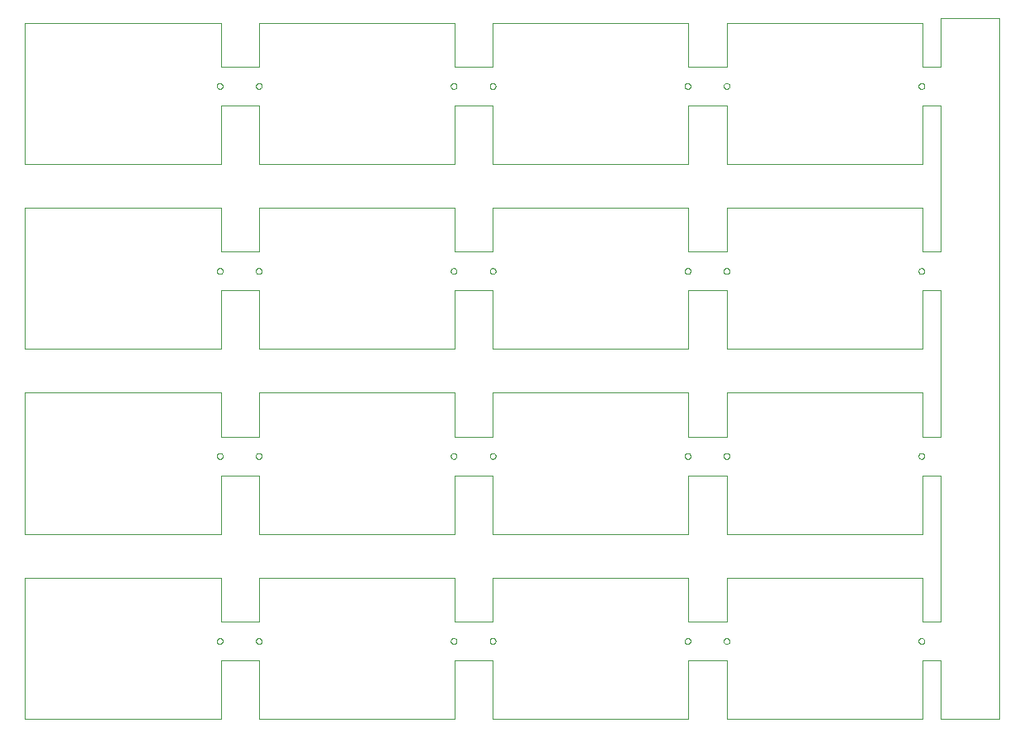
<source format=gbp>
G75*
%MOIN*%
%OFA0B0*%
%FSLAX25Y25*%
%IPPOS*%
%LPD*%
%AMOC8*
5,1,8,0,0,1.08239X$1,22.5*
%
%ADD10C,0.00394*%
%ADD11C,0.00000*%
D10*
X0002546Y0001585D02*
X0081680Y0001585D01*
X0081680Y0025207D01*
X0097034Y0025207D01*
X0097034Y0001585D01*
X0176168Y0001585D01*
X0176168Y0025207D01*
X0191522Y0025207D01*
X0191522Y0001585D01*
X0270656Y0001585D01*
X0270656Y0025207D01*
X0286010Y0025207D01*
X0286010Y0001585D01*
X0365144Y0001585D01*
X0365144Y0025207D01*
X0372625Y0025207D01*
X0372625Y0001585D01*
X0396247Y0001585D01*
X0396247Y0285050D01*
X0372625Y0285050D01*
X0372625Y0265365D01*
X0365144Y0265365D01*
X0365144Y0283081D01*
X0286010Y0283081D01*
X0286010Y0265365D01*
X0270656Y0265365D01*
X0270656Y0283081D01*
X0191522Y0283081D01*
X0191522Y0265365D01*
X0176168Y0265365D01*
X0176168Y0283081D01*
X0097034Y0283081D01*
X0097034Y0265365D01*
X0081680Y0265365D01*
X0081680Y0283081D01*
X0002546Y0283081D01*
X0002546Y0225995D01*
X0081680Y0225995D01*
X0081680Y0249617D01*
X0097034Y0249617D01*
X0097034Y0225995D01*
X0176168Y0225995D01*
X0176168Y0249617D01*
X0191522Y0249617D01*
X0191522Y0225995D01*
X0270656Y0225995D01*
X0270656Y0249617D01*
X0286010Y0249617D01*
X0286010Y0225995D01*
X0365144Y0225995D01*
X0365144Y0249617D01*
X0372625Y0249617D01*
X0372625Y0190562D01*
X0365144Y0190562D01*
X0365144Y0208278D01*
X0286010Y0208278D01*
X0286010Y0190562D01*
X0270656Y0190562D01*
X0270656Y0208278D01*
X0191522Y0208278D01*
X0191522Y0190562D01*
X0176168Y0190562D01*
X0176168Y0208278D01*
X0097034Y0208278D01*
X0097034Y0190562D01*
X0081680Y0190562D01*
X0081680Y0208278D01*
X0002546Y0208278D01*
X0002546Y0151192D01*
X0081680Y0151192D01*
X0081680Y0174814D01*
X0097034Y0174814D01*
X0097034Y0151192D01*
X0176168Y0151192D01*
X0176168Y0174814D01*
X0191522Y0174814D01*
X0191522Y0151192D01*
X0270656Y0151192D01*
X0270656Y0174814D01*
X0286010Y0174814D01*
X0286010Y0151192D01*
X0365144Y0151192D01*
X0365144Y0174814D01*
X0372625Y0174814D01*
X0372625Y0115759D01*
X0365144Y0115759D01*
X0365144Y0133475D01*
X0286010Y0133475D01*
X0286010Y0115759D01*
X0270656Y0115759D01*
X0270656Y0133475D01*
X0191522Y0133475D01*
X0191522Y0115759D01*
X0176168Y0115759D01*
X0176168Y0133475D01*
X0097034Y0133475D01*
X0097034Y0115759D01*
X0081680Y0115759D01*
X0081680Y0133475D01*
X0002546Y0133475D01*
X0002546Y0076389D01*
X0081680Y0076389D01*
X0081680Y0100011D01*
X0097034Y0100011D01*
X0097034Y0076389D01*
X0176168Y0076389D01*
X0176168Y0100011D01*
X0191522Y0100011D01*
X0191522Y0076389D01*
X0270656Y0076389D01*
X0270656Y0100011D01*
X0286010Y0100011D01*
X0286010Y0076389D01*
X0365144Y0076389D01*
X0365144Y0100011D01*
X0372625Y0100011D01*
X0372625Y0040956D01*
X0365144Y0040956D01*
X0365144Y0058672D01*
X0286010Y0058672D01*
X0286010Y0040956D01*
X0270656Y0040956D01*
X0270656Y0058672D01*
X0191522Y0058672D01*
X0191522Y0040956D01*
X0176168Y0040956D01*
X0176168Y0058672D01*
X0097034Y0058672D01*
X0097034Y0040956D01*
X0081680Y0040956D01*
X0081680Y0058672D01*
X0002546Y0058672D01*
X0002546Y0001585D01*
D11*
X0080105Y0033081D02*
X0080107Y0033150D01*
X0080113Y0033218D01*
X0080123Y0033286D01*
X0080137Y0033353D01*
X0080155Y0033420D01*
X0080176Y0033485D01*
X0080202Y0033549D01*
X0080231Y0033611D01*
X0080263Y0033671D01*
X0080299Y0033730D01*
X0080339Y0033786D01*
X0080381Y0033840D01*
X0080427Y0033891D01*
X0080476Y0033940D01*
X0080527Y0033986D01*
X0080581Y0034028D01*
X0080637Y0034068D01*
X0080695Y0034104D01*
X0080756Y0034136D01*
X0080818Y0034165D01*
X0080882Y0034191D01*
X0080947Y0034212D01*
X0081014Y0034230D01*
X0081081Y0034244D01*
X0081149Y0034254D01*
X0081217Y0034260D01*
X0081286Y0034262D01*
X0081355Y0034260D01*
X0081423Y0034254D01*
X0081491Y0034244D01*
X0081558Y0034230D01*
X0081625Y0034212D01*
X0081690Y0034191D01*
X0081754Y0034165D01*
X0081816Y0034136D01*
X0081876Y0034104D01*
X0081935Y0034068D01*
X0081991Y0034028D01*
X0082045Y0033986D01*
X0082096Y0033940D01*
X0082145Y0033891D01*
X0082191Y0033840D01*
X0082233Y0033786D01*
X0082273Y0033730D01*
X0082309Y0033671D01*
X0082341Y0033611D01*
X0082370Y0033549D01*
X0082396Y0033485D01*
X0082417Y0033420D01*
X0082435Y0033353D01*
X0082449Y0033286D01*
X0082459Y0033218D01*
X0082465Y0033150D01*
X0082467Y0033081D01*
X0082465Y0033012D01*
X0082459Y0032944D01*
X0082449Y0032876D01*
X0082435Y0032809D01*
X0082417Y0032742D01*
X0082396Y0032677D01*
X0082370Y0032613D01*
X0082341Y0032551D01*
X0082309Y0032490D01*
X0082273Y0032432D01*
X0082233Y0032376D01*
X0082191Y0032322D01*
X0082145Y0032271D01*
X0082096Y0032222D01*
X0082045Y0032176D01*
X0081991Y0032134D01*
X0081935Y0032094D01*
X0081877Y0032058D01*
X0081816Y0032026D01*
X0081754Y0031997D01*
X0081690Y0031971D01*
X0081625Y0031950D01*
X0081558Y0031932D01*
X0081491Y0031918D01*
X0081423Y0031908D01*
X0081355Y0031902D01*
X0081286Y0031900D01*
X0081217Y0031902D01*
X0081149Y0031908D01*
X0081081Y0031918D01*
X0081014Y0031932D01*
X0080947Y0031950D01*
X0080882Y0031971D01*
X0080818Y0031997D01*
X0080756Y0032026D01*
X0080695Y0032058D01*
X0080637Y0032094D01*
X0080581Y0032134D01*
X0080527Y0032176D01*
X0080476Y0032222D01*
X0080427Y0032271D01*
X0080381Y0032322D01*
X0080339Y0032376D01*
X0080299Y0032432D01*
X0080263Y0032490D01*
X0080231Y0032551D01*
X0080202Y0032613D01*
X0080176Y0032677D01*
X0080155Y0032742D01*
X0080137Y0032809D01*
X0080123Y0032876D01*
X0080113Y0032944D01*
X0080107Y0033012D01*
X0080105Y0033081D01*
X0095853Y0033081D02*
X0095855Y0033150D01*
X0095861Y0033218D01*
X0095871Y0033286D01*
X0095885Y0033353D01*
X0095903Y0033420D01*
X0095924Y0033485D01*
X0095950Y0033549D01*
X0095979Y0033611D01*
X0096011Y0033671D01*
X0096047Y0033730D01*
X0096087Y0033786D01*
X0096129Y0033840D01*
X0096175Y0033891D01*
X0096224Y0033940D01*
X0096275Y0033986D01*
X0096329Y0034028D01*
X0096385Y0034068D01*
X0096443Y0034104D01*
X0096504Y0034136D01*
X0096566Y0034165D01*
X0096630Y0034191D01*
X0096695Y0034212D01*
X0096762Y0034230D01*
X0096829Y0034244D01*
X0096897Y0034254D01*
X0096965Y0034260D01*
X0097034Y0034262D01*
X0097103Y0034260D01*
X0097171Y0034254D01*
X0097239Y0034244D01*
X0097306Y0034230D01*
X0097373Y0034212D01*
X0097438Y0034191D01*
X0097502Y0034165D01*
X0097564Y0034136D01*
X0097624Y0034104D01*
X0097683Y0034068D01*
X0097739Y0034028D01*
X0097793Y0033986D01*
X0097844Y0033940D01*
X0097893Y0033891D01*
X0097939Y0033840D01*
X0097981Y0033786D01*
X0098021Y0033730D01*
X0098057Y0033671D01*
X0098089Y0033611D01*
X0098118Y0033549D01*
X0098144Y0033485D01*
X0098165Y0033420D01*
X0098183Y0033353D01*
X0098197Y0033286D01*
X0098207Y0033218D01*
X0098213Y0033150D01*
X0098215Y0033081D01*
X0098213Y0033012D01*
X0098207Y0032944D01*
X0098197Y0032876D01*
X0098183Y0032809D01*
X0098165Y0032742D01*
X0098144Y0032677D01*
X0098118Y0032613D01*
X0098089Y0032551D01*
X0098057Y0032490D01*
X0098021Y0032432D01*
X0097981Y0032376D01*
X0097939Y0032322D01*
X0097893Y0032271D01*
X0097844Y0032222D01*
X0097793Y0032176D01*
X0097739Y0032134D01*
X0097683Y0032094D01*
X0097625Y0032058D01*
X0097564Y0032026D01*
X0097502Y0031997D01*
X0097438Y0031971D01*
X0097373Y0031950D01*
X0097306Y0031932D01*
X0097239Y0031918D01*
X0097171Y0031908D01*
X0097103Y0031902D01*
X0097034Y0031900D01*
X0096965Y0031902D01*
X0096897Y0031908D01*
X0096829Y0031918D01*
X0096762Y0031932D01*
X0096695Y0031950D01*
X0096630Y0031971D01*
X0096566Y0031997D01*
X0096504Y0032026D01*
X0096443Y0032058D01*
X0096385Y0032094D01*
X0096329Y0032134D01*
X0096275Y0032176D01*
X0096224Y0032222D01*
X0096175Y0032271D01*
X0096129Y0032322D01*
X0096087Y0032376D01*
X0096047Y0032432D01*
X0096011Y0032490D01*
X0095979Y0032551D01*
X0095950Y0032613D01*
X0095924Y0032677D01*
X0095903Y0032742D01*
X0095885Y0032809D01*
X0095871Y0032876D01*
X0095861Y0032944D01*
X0095855Y0033012D01*
X0095853Y0033081D01*
X0174593Y0033081D02*
X0174595Y0033150D01*
X0174601Y0033218D01*
X0174611Y0033286D01*
X0174625Y0033353D01*
X0174643Y0033420D01*
X0174664Y0033485D01*
X0174690Y0033549D01*
X0174719Y0033611D01*
X0174751Y0033671D01*
X0174787Y0033730D01*
X0174827Y0033786D01*
X0174869Y0033840D01*
X0174915Y0033891D01*
X0174964Y0033940D01*
X0175015Y0033986D01*
X0175069Y0034028D01*
X0175125Y0034068D01*
X0175183Y0034104D01*
X0175244Y0034136D01*
X0175306Y0034165D01*
X0175370Y0034191D01*
X0175435Y0034212D01*
X0175502Y0034230D01*
X0175569Y0034244D01*
X0175637Y0034254D01*
X0175705Y0034260D01*
X0175774Y0034262D01*
X0175843Y0034260D01*
X0175911Y0034254D01*
X0175979Y0034244D01*
X0176046Y0034230D01*
X0176113Y0034212D01*
X0176178Y0034191D01*
X0176242Y0034165D01*
X0176304Y0034136D01*
X0176364Y0034104D01*
X0176423Y0034068D01*
X0176479Y0034028D01*
X0176533Y0033986D01*
X0176584Y0033940D01*
X0176633Y0033891D01*
X0176679Y0033840D01*
X0176721Y0033786D01*
X0176761Y0033730D01*
X0176797Y0033671D01*
X0176829Y0033611D01*
X0176858Y0033549D01*
X0176884Y0033485D01*
X0176905Y0033420D01*
X0176923Y0033353D01*
X0176937Y0033286D01*
X0176947Y0033218D01*
X0176953Y0033150D01*
X0176955Y0033081D01*
X0176953Y0033012D01*
X0176947Y0032944D01*
X0176937Y0032876D01*
X0176923Y0032809D01*
X0176905Y0032742D01*
X0176884Y0032677D01*
X0176858Y0032613D01*
X0176829Y0032551D01*
X0176797Y0032490D01*
X0176761Y0032432D01*
X0176721Y0032376D01*
X0176679Y0032322D01*
X0176633Y0032271D01*
X0176584Y0032222D01*
X0176533Y0032176D01*
X0176479Y0032134D01*
X0176423Y0032094D01*
X0176365Y0032058D01*
X0176304Y0032026D01*
X0176242Y0031997D01*
X0176178Y0031971D01*
X0176113Y0031950D01*
X0176046Y0031932D01*
X0175979Y0031918D01*
X0175911Y0031908D01*
X0175843Y0031902D01*
X0175774Y0031900D01*
X0175705Y0031902D01*
X0175637Y0031908D01*
X0175569Y0031918D01*
X0175502Y0031932D01*
X0175435Y0031950D01*
X0175370Y0031971D01*
X0175306Y0031997D01*
X0175244Y0032026D01*
X0175183Y0032058D01*
X0175125Y0032094D01*
X0175069Y0032134D01*
X0175015Y0032176D01*
X0174964Y0032222D01*
X0174915Y0032271D01*
X0174869Y0032322D01*
X0174827Y0032376D01*
X0174787Y0032432D01*
X0174751Y0032490D01*
X0174719Y0032551D01*
X0174690Y0032613D01*
X0174664Y0032677D01*
X0174643Y0032742D01*
X0174625Y0032809D01*
X0174611Y0032876D01*
X0174601Y0032944D01*
X0174595Y0033012D01*
X0174593Y0033081D01*
X0190341Y0033081D02*
X0190343Y0033150D01*
X0190349Y0033218D01*
X0190359Y0033286D01*
X0190373Y0033353D01*
X0190391Y0033420D01*
X0190412Y0033485D01*
X0190438Y0033549D01*
X0190467Y0033611D01*
X0190499Y0033671D01*
X0190535Y0033730D01*
X0190575Y0033786D01*
X0190617Y0033840D01*
X0190663Y0033891D01*
X0190712Y0033940D01*
X0190763Y0033986D01*
X0190817Y0034028D01*
X0190873Y0034068D01*
X0190931Y0034104D01*
X0190992Y0034136D01*
X0191054Y0034165D01*
X0191118Y0034191D01*
X0191183Y0034212D01*
X0191250Y0034230D01*
X0191317Y0034244D01*
X0191385Y0034254D01*
X0191453Y0034260D01*
X0191522Y0034262D01*
X0191591Y0034260D01*
X0191659Y0034254D01*
X0191727Y0034244D01*
X0191794Y0034230D01*
X0191861Y0034212D01*
X0191926Y0034191D01*
X0191990Y0034165D01*
X0192052Y0034136D01*
X0192112Y0034104D01*
X0192171Y0034068D01*
X0192227Y0034028D01*
X0192281Y0033986D01*
X0192332Y0033940D01*
X0192381Y0033891D01*
X0192427Y0033840D01*
X0192469Y0033786D01*
X0192509Y0033730D01*
X0192545Y0033671D01*
X0192577Y0033611D01*
X0192606Y0033549D01*
X0192632Y0033485D01*
X0192653Y0033420D01*
X0192671Y0033353D01*
X0192685Y0033286D01*
X0192695Y0033218D01*
X0192701Y0033150D01*
X0192703Y0033081D01*
X0192701Y0033012D01*
X0192695Y0032944D01*
X0192685Y0032876D01*
X0192671Y0032809D01*
X0192653Y0032742D01*
X0192632Y0032677D01*
X0192606Y0032613D01*
X0192577Y0032551D01*
X0192545Y0032490D01*
X0192509Y0032432D01*
X0192469Y0032376D01*
X0192427Y0032322D01*
X0192381Y0032271D01*
X0192332Y0032222D01*
X0192281Y0032176D01*
X0192227Y0032134D01*
X0192171Y0032094D01*
X0192113Y0032058D01*
X0192052Y0032026D01*
X0191990Y0031997D01*
X0191926Y0031971D01*
X0191861Y0031950D01*
X0191794Y0031932D01*
X0191727Y0031918D01*
X0191659Y0031908D01*
X0191591Y0031902D01*
X0191522Y0031900D01*
X0191453Y0031902D01*
X0191385Y0031908D01*
X0191317Y0031918D01*
X0191250Y0031932D01*
X0191183Y0031950D01*
X0191118Y0031971D01*
X0191054Y0031997D01*
X0190992Y0032026D01*
X0190931Y0032058D01*
X0190873Y0032094D01*
X0190817Y0032134D01*
X0190763Y0032176D01*
X0190712Y0032222D01*
X0190663Y0032271D01*
X0190617Y0032322D01*
X0190575Y0032376D01*
X0190535Y0032432D01*
X0190499Y0032490D01*
X0190467Y0032551D01*
X0190438Y0032613D01*
X0190412Y0032677D01*
X0190391Y0032742D01*
X0190373Y0032809D01*
X0190359Y0032876D01*
X0190349Y0032944D01*
X0190343Y0033012D01*
X0190341Y0033081D01*
X0269081Y0033081D02*
X0269083Y0033150D01*
X0269089Y0033218D01*
X0269099Y0033286D01*
X0269113Y0033353D01*
X0269131Y0033420D01*
X0269152Y0033485D01*
X0269178Y0033549D01*
X0269207Y0033611D01*
X0269239Y0033671D01*
X0269275Y0033730D01*
X0269315Y0033786D01*
X0269357Y0033840D01*
X0269403Y0033891D01*
X0269452Y0033940D01*
X0269503Y0033986D01*
X0269557Y0034028D01*
X0269613Y0034068D01*
X0269671Y0034104D01*
X0269732Y0034136D01*
X0269794Y0034165D01*
X0269858Y0034191D01*
X0269923Y0034212D01*
X0269990Y0034230D01*
X0270057Y0034244D01*
X0270125Y0034254D01*
X0270193Y0034260D01*
X0270262Y0034262D01*
X0270331Y0034260D01*
X0270399Y0034254D01*
X0270467Y0034244D01*
X0270534Y0034230D01*
X0270601Y0034212D01*
X0270666Y0034191D01*
X0270730Y0034165D01*
X0270792Y0034136D01*
X0270852Y0034104D01*
X0270911Y0034068D01*
X0270967Y0034028D01*
X0271021Y0033986D01*
X0271072Y0033940D01*
X0271121Y0033891D01*
X0271167Y0033840D01*
X0271209Y0033786D01*
X0271249Y0033730D01*
X0271285Y0033671D01*
X0271317Y0033611D01*
X0271346Y0033549D01*
X0271372Y0033485D01*
X0271393Y0033420D01*
X0271411Y0033353D01*
X0271425Y0033286D01*
X0271435Y0033218D01*
X0271441Y0033150D01*
X0271443Y0033081D01*
X0271441Y0033012D01*
X0271435Y0032944D01*
X0271425Y0032876D01*
X0271411Y0032809D01*
X0271393Y0032742D01*
X0271372Y0032677D01*
X0271346Y0032613D01*
X0271317Y0032551D01*
X0271285Y0032490D01*
X0271249Y0032432D01*
X0271209Y0032376D01*
X0271167Y0032322D01*
X0271121Y0032271D01*
X0271072Y0032222D01*
X0271021Y0032176D01*
X0270967Y0032134D01*
X0270911Y0032094D01*
X0270853Y0032058D01*
X0270792Y0032026D01*
X0270730Y0031997D01*
X0270666Y0031971D01*
X0270601Y0031950D01*
X0270534Y0031932D01*
X0270467Y0031918D01*
X0270399Y0031908D01*
X0270331Y0031902D01*
X0270262Y0031900D01*
X0270193Y0031902D01*
X0270125Y0031908D01*
X0270057Y0031918D01*
X0269990Y0031932D01*
X0269923Y0031950D01*
X0269858Y0031971D01*
X0269794Y0031997D01*
X0269732Y0032026D01*
X0269671Y0032058D01*
X0269613Y0032094D01*
X0269557Y0032134D01*
X0269503Y0032176D01*
X0269452Y0032222D01*
X0269403Y0032271D01*
X0269357Y0032322D01*
X0269315Y0032376D01*
X0269275Y0032432D01*
X0269239Y0032490D01*
X0269207Y0032551D01*
X0269178Y0032613D01*
X0269152Y0032677D01*
X0269131Y0032742D01*
X0269113Y0032809D01*
X0269099Y0032876D01*
X0269089Y0032944D01*
X0269083Y0033012D01*
X0269081Y0033081D01*
X0284829Y0033081D02*
X0284831Y0033150D01*
X0284837Y0033218D01*
X0284847Y0033286D01*
X0284861Y0033353D01*
X0284879Y0033420D01*
X0284900Y0033485D01*
X0284926Y0033549D01*
X0284955Y0033611D01*
X0284987Y0033671D01*
X0285023Y0033730D01*
X0285063Y0033786D01*
X0285105Y0033840D01*
X0285151Y0033891D01*
X0285200Y0033940D01*
X0285251Y0033986D01*
X0285305Y0034028D01*
X0285361Y0034068D01*
X0285419Y0034104D01*
X0285480Y0034136D01*
X0285542Y0034165D01*
X0285606Y0034191D01*
X0285671Y0034212D01*
X0285738Y0034230D01*
X0285805Y0034244D01*
X0285873Y0034254D01*
X0285941Y0034260D01*
X0286010Y0034262D01*
X0286079Y0034260D01*
X0286147Y0034254D01*
X0286215Y0034244D01*
X0286282Y0034230D01*
X0286349Y0034212D01*
X0286414Y0034191D01*
X0286478Y0034165D01*
X0286540Y0034136D01*
X0286600Y0034104D01*
X0286659Y0034068D01*
X0286715Y0034028D01*
X0286769Y0033986D01*
X0286820Y0033940D01*
X0286869Y0033891D01*
X0286915Y0033840D01*
X0286957Y0033786D01*
X0286997Y0033730D01*
X0287033Y0033671D01*
X0287065Y0033611D01*
X0287094Y0033549D01*
X0287120Y0033485D01*
X0287141Y0033420D01*
X0287159Y0033353D01*
X0287173Y0033286D01*
X0287183Y0033218D01*
X0287189Y0033150D01*
X0287191Y0033081D01*
X0287189Y0033012D01*
X0287183Y0032944D01*
X0287173Y0032876D01*
X0287159Y0032809D01*
X0287141Y0032742D01*
X0287120Y0032677D01*
X0287094Y0032613D01*
X0287065Y0032551D01*
X0287033Y0032490D01*
X0286997Y0032432D01*
X0286957Y0032376D01*
X0286915Y0032322D01*
X0286869Y0032271D01*
X0286820Y0032222D01*
X0286769Y0032176D01*
X0286715Y0032134D01*
X0286659Y0032094D01*
X0286601Y0032058D01*
X0286540Y0032026D01*
X0286478Y0031997D01*
X0286414Y0031971D01*
X0286349Y0031950D01*
X0286282Y0031932D01*
X0286215Y0031918D01*
X0286147Y0031908D01*
X0286079Y0031902D01*
X0286010Y0031900D01*
X0285941Y0031902D01*
X0285873Y0031908D01*
X0285805Y0031918D01*
X0285738Y0031932D01*
X0285671Y0031950D01*
X0285606Y0031971D01*
X0285542Y0031997D01*
X0285480Y0032026D01*
X0285419Y0032058D01*
X0285361Y0032094D01*
X0285305Y0032134D01*
X0285251Y0032176D01*
X0285200Y0032222D01*
X0285151Y0032271D01*
X0285105Y0032322D01*
X0285063Y0032376D01*
X0285023Y0032432D01*
X0284987Y0032490D01*
X0284955Y0032551D01*
X0284926Y0032613D01*
X0284900Y0032677D01*
X0284879Y0032742D01*
X0284861Y0032809D01*
X0284847Y0032876D01*
X0284837Y0032944D01*
X0284831Y0033012D01*
X0284829Y0033081D01*
X0363570Y0033081D02*
X0363572Y0033150D01*
X0363578Y0033218D01*
X0363588Y0033286D01*
X0363602Y0033353D01*
X0363620Y0033420D01*
X0363641Y0033485D01*
X0363667Y0033549D01*
X0363696Y0033611D01*
X0363728Y0033671D01*
X0363764Y0033730D01*
X0363804Y0033786D01*
X0363846Y0033840D01*
X0363892Y0033891D01*
X0363941Y0033940D01*
X0363992Y0033986D01*
X0364046Y0034028D01*
X0364102Y0034068D01*
X0364160Y0034104D01*
X0364221Y0034136D01*
X0364283Y0034165D01*
X0364347Y0034191D01*
X0364412Y0034212D01*
X0364479Y0034230D01*
X0364546Y0034244D01*
X0364614Y0034254D01*
X0364682Y0034260D01*
X0364751Y0034262D01*
X0364820Y0034260D01*
X0364888Y0034254D01*
X0364956Y0034244D01*
X0365023Y0034230D01*
X0365090Y0034212D01*
X0365155Y0034191D01*
X0365219Y0034165D01*
X0365281Y0034136D01*
X0365341Y0034104D01*
X0365400Y0034068D01*
X0365456Y0034028D01*
X0365510Y0033986D01*
X0365561Y0033940D01*
X0365610Y0033891D01*
X0365656Y0033840D01*
X0365698Y0033786D01*
X0365738Y0033730D01*
X0365774Y0033671D01*
X0365806Y0033611D01*
X0365835Y0033549D01*
X0365861Y0033485D01*
X0365882Y0033420D01*
X0365900Y0033353D01*
X0365914Y0033286D01*
X0365924Y0033218D01*
X0365930Y0033150D01*
X0365932Y0033081D01*
X0365930Y0033012D01*
X0365924Y0032944D01*
X0365914Y0032876D01*
X0365900Y0032809D01*
X0365882Y0032742D01*
X0365861Y0032677D01*
X0365835Y0032613D01*
X0365806Y0032551D01*
X0365774Y0032490D01*
X0365738Y0032432D01*
X0365698Y0032376D01*
X0365656Y0032322D01*
X0365610Y0032271D01*
X0365561Y0032222D01*
X0365510Y0032176D01*
X0365456Y0032134D01*
X0365400Y0032094D01*
X0365342Y0032058D01*
X0365281Y0032026D01*
X0365219Y0031997D01*
X0365155Y0031971D01*
X0365090Y0031950D01*
X0365023Y0031932D01*
X0364956Y0031918D01*
X0364888Y0031908D01*
X0364820Y0031902D01*
X0364751Y0031900D01*
X0364682Y0031902D01*
X0364614Y0031908D01*
X0364546Y0031918D01*
X0364479Y0031932D01*
X0364412Y0031950D01*
X0364347Y0031971D01*
X0364283Y0031997D01*
X0364221Y0032026D01*
X0364160Y0032058D01*
X0364102Y0032094D01*
X0364046Y0032134D01*
X0363992Y0032176D01*
X0363941Y0032222D01*
X0363892Y0032271D01*
X0363846Y0032322D01*
X0363804Y0032376D01*
X0363764Y0032432D01*
X0363728Y0032490D01*
X0363696Y0032551D01*
X0363667Y0032613D01*
X0363641Y0032677D01*
X0363620Y0032742D01*
X0363602Y0032809D01*
X0363588Y0032876D01*
X0363578Y0032944D01*
X0363572Y0033012D01*
X0363570Y0033081D01*
X0363570Y0107885D02*
X0363572Y0107954D01*
X0363578Y0108022D01*
X0363588Y0108090D01*
X0363602Y0108157D01*
X0363620Y0108224D01*
X0363641Y0108289D01*
X0363667Y0108353D01*
X0363696Y0108415D01*
X0363728Y0108475D01*
X0363764Y0108534D01*
X0363804Y0108590D01*
X0363846Y0108644D01*
X0363892Y0108695D01*
X0363941Y0108744D01*
X0363992Y0108790D01*
X0364046Y0108832D01*
X0364102Y0108872D01*
X0364160Y0108908D01*
X0364221Y0108940D01*
X0364283Y0108969D01*
X0364347Y0108995D01*
X0364412Y0109016D01*
X0364479Y0109034D01*
X0364546Y0109048D01*
X0364614Y0109058D01*
X0364682Y0109064D01*
X0364751Y0109066D01*
X0364820Y0109064D01*
X0364888Y0109058D01*
X0364956Y0109048D01*
X0365023Y0109034D01*
X0365090Y0109016D01*
X0365155Y0108995D01*
X0365219Y0108969D01*
X0365281Y0108940D01*
X0365341Y0108908D01*
X0365400Y0108872D01*
X0365456Y0108832D01*
X0365510Y0108790D01*
X0365561Y0108744D01*
X0365610Y0108695D01*
X0365656Y0108644D01*
X0365698Y0108590D01*
X0365738Y0108534D01*
X0365774Y0108475D01*
X0365806Y0108415D01*
X0365835Y0108353D01*
X0365861Y0108289D01*
X0365882Y0108224D01*
X0365900Y0108157D01*
X0365914Y0108090D01*
X0365924Y0108022D01*
X0365930Y0107954D01*
X0365932Y0107885D01*
X0365930Y0107816D01*
X0365924Y0107748D01*
X0365914Y0107680D01*
X0365900Y0107613D01*
X0365882Y0107546D01*
X0365861Y0107481D01*
X0365835Y0107417D01*
X0365806Y0107355D01*
X0365774Y0107294D01*
X0365738Y0107236D01*
X0365698Y0107180D01*
X0365656Y0107126D01*
X0365610Y0107075D01*
X0365561Y0107026D01*
X0365510Y0106980D01*
X0365456Y0106938D01*
X0365400Y0106898D01*
X0365342Y0106862D01*
X0365281Y0106830D01*
X0365219Y0106801D01*
X0365155Y0106775D01*
X0365090Y0106754D01*
X0365023Y0106736D01*
X0364956Y0106722D01*
X0364888Y0106712D01*
X0364820Y0106706D01*
X0364751Y0106704D01*
X0364682Y0106706D01*
X0364614Y0106712D01*
X0364546Y0106722D01*
X0364479Y0106736D01*
X0364412Y0106754D01*
X0364347Y0106775D01*
X0364283Y0106801D01*
X0364221Y0106830D01*
X0364160Y0106862D01*
X0364102Y0106898D01*
X0364046Y0106938D01*
X0363992Y0106980D01*
X0363941Y0107026D01*
X0363892Y0107075D01*
X0363846Y0107126D01*
X0363804Y0107180D01*
X0363764Y0107236D01*
X0363728Y0107294D01*
X0363696Y0107355D01*
X0363667Y0107417D01*
X0363641Y0107481D01*
X0363620Y0107546D01*
X0363602Y0107613D01*
X0363588Y0107680D01*
X0363578Y0107748D01*
X0363572Y0107816D01*
X0363570Y0107885D01*
X0284829Y0107885D02*
X0284831Y0107954D01*
X0284837Y0108022D01*
X0284847Y0108090D01*
X0284861Y0108157D01*
X0284879Y0108224D01*
X0284900Y0108289D01*
X0284926Y0108353D01*
X0284955Y0108415D01*
X0284987Y0108475D01*
X0285023Y0108534D01*
X0285063Y0108590D01*
X0285105Y0108644D01*
X0285151Y0108695D01*
X0285200Y0108744D01*
X0285251Y0108790D01*
X0285305Y0108832D01*
X0285361Y0108872D01*
X0285419Y0108908D01*
X0285480Y0108940D01*
X0285542Y0108969D01*
X0285606Y0108995D01*
X0285671Y0109016D01*
X0285738Y0109034D01*
X0285805Y0109048D01*
X0285873Y0109058D01*
X0285941Y0109064D01*
X0286010Y0109066D01*
X0286079Y0109064D01*
X0286147Y0109058D01*
X0286215Y0109048D01*
X0286282Y0109034D01*
X0286349Y0109016D01*
X0286414Y0108995D01*
X0286478Y0108969D01*
X0286540Y0108940D01*
X0286600Y0108908D01*
X0286659Y0108872D01*
X0286715Y0108832D01*
X0286769Y0108790D01*
X0286820Y0108744D01*
X0286869Y0108695D01*
X0286915Y0108644D01*
X0286957Y0108590D01*
X0286997Y0108534D01*
X0287033Y0108475D01*
X0287065Y0108415D01*
X0287094Y0108353D01*
X0287120Y0108289D01*
X0287141Y0108224D01*
X0287159Y0108157D01*
X0287173Y0108090D01*
X0287183Y0108022D01*
X0287189Y0107954D01*
X0287191Y0107885D01*
X0287189Y0107816D01*
X0287183Y0107748D01*
X0287173Y0107680D01*
X0287159Y0107613D01*
X0287141Y0107546D01*
X0287120Y0107481D01*
X0287094Y0107417D01*
X0287065Y0107355D01*
X0287033Y0107294D01*
X0286997Y0107236D01*
X0286957Y0107180D01*
X0286915Y0107126D01*
X0286869Y0107075D01*
X0286820Y0107026D01*
X0286769Y0106980D01*
X0286715Y0106938D01*
X0286659Y0106898D01*
X0286601Y0106862D01*
X0286540Y0106830D01*
X0286478Y0106801D01*
X0286414Y0106775D01*
X0286349Y0106754D01*
X0286282Y0106736D01*
X0286215Y0106722D01*
X0286147Y0106712D01*
X0286079Y0106706D01*
X0286010Y0106704D01*
X0285941Y0106706D01*
X0285873Y0106712D01*
X0285805Y0106722D01*
X0285738Y0106736D01*
X0285671Y0106754D01*
X0285606Y0106775D01*
X0285542Y0106801D01*
X0285480Y0106830D01*
X0285419Y0106862D01*
X0285361Y0106898D01*
X0285305Y0106938D01*
X0285251Y0106980D01*
X0285200Y0107026D01*
X0285151Y0107075D01*
X0285105Y0107126D01*
X0285063Y0107180D01*
X0285023Y0107236D01*
X0284987Y0107294D01*
X0284955Y0107355D01*
X0284926Y0107417D01*
X0284900Y0107481D01*
X0284879Y0107546D01*
X0284861Y0107613D01*
X0284847Y0107680D01*
X0284837Y0107748D01*
X0284831Y0107816D01*
X0284829Y0107885D01*
X0269081Y0107885D02*
X0269083Y0107954D01*
X0269089Y0108022D01*
X0269099Y0108090D01*
X0269113Y0108157D01*
X0269131Y0108224D01*
X0269152Y0108289D01*
X0269178Y0108353D01*
X0269207Y0108415D01*
X0269239Y0108475D01*
X0269275Y0108534D01*
X0269315Y0108590D01*
X0269357Y0108644D01*
X0269403Y0108695D01*
X0269452Y0108744D01*
X0269503Y0108790D01*
X0269557Y0108832D01*
X0269613Y0108872D01*
X0269671Y0108908D01*
X0269732Y0108940D01*
X0269794Y0108969D01*
X0269858Y0108995D01*
X0269923Y0109016D01*
X0269990Y0109034D01*
X0270057Y0109048D01*
X0270125Y0109058D01*
X0270193Y0109064D01*
X0270262Y0109066D01*
X0270331Y0109064D01*
X0270399Y0109058D01*
X0270467Y0109048D01*
X0270534Y0109034D01*
X0270601Y0109016D01*
X0270666Y0108995D01*
X0270730Y0108969D01*
X0270792Y0108940D01*
X0270852Y0108908D01*
X0270911Y0108872D01*
X0270967Y0108832D01*
X0271021Y0108790D01*
X0271072Y0108744D01*
X0271121Y0108695D01*
X0271167Y0108644D01*
X0271209Y0108590D01*
X0271249Y0108534D01*
X0271285Y0108475D01*
X0271317Y0108415D01*
X0271346Y0108353D01*
X0271372Y0108289D01*
X0271393Y0108224D01*
X0271411Y0108157D01*
X0271425Y0108090D01*
X0271435Y0108022D01*
X0271441Y0107954D01*
X0271443Y0107885D01*
X0271441Y0107816D01*
X0271435Y0107748D01*
X0271425Y0107680D01*
X0271411Y0107613D01*
X0271393Y0107546D01*
X0271372Y0107481D01*
X0271346Y0107417D01*
X0271317Y0107355D01*
X0271285Y0107294D01*
X0271249Y0107236D01*
X0271209Y0107180D01*
X0271167Y0107126D01*
X0271121Y0107075D01*
X0271072Y0107026D01*
X0271021Y0106980D01*
X0270967Y0106938D01*
X0270911Y0106898D01*
X0270853Y0106862D01*
X0270792Y0106830D01*
X0270730Y0106801D01*
X0270666Y0106775D01*
X0270601Y0106754D01*
X0270534Y0106736D01*
X0270467Y0106722D01*
X0270399Y0106712D01*
X0270331Y0106706D01*
X0270262Y0106704D01*
X0270193Y0106706D01*
X0270125Y0106712D01*
X0270057Y0106722D01*
X0269990Y0106736D01*
X0269923Y0106754D01*
X0269858Y0106775D01*
X0269794Y0106801D01*
X0269732Y0106830D01*
X0269671Y0106862D01*
X0269613Y0106898D01*
X0269557Y0106938D01*
X0269503Y0106980D01*
X0269452Y0107026D01*
X0269403Y0107075D01*
X0269357Y0107126D01*
X0269315Y0107180D01*
X0269275Y0107236D01*
X0269239Y0107294D01*
X0269207Y0107355D01*
X0269178Y0107417D01*
X0269152Y0107481D01*
X0269131Y0107546D01*
X0269113Y0107613D01*
X0269099Y0107680D01*
X0269089Y0107748D01*
X0269083Y0107816D01*
X0269081Y0107885D01*
X0190341Y0107885D02*
X0190343Y0107954D01*
X0190349Y0108022D01*
X0190359Y0108090D01*
X0190373Y0108157D01*
X0190391Y0108224D01*
X0190412Y0108289D01*
X0190438Y0108353D01*
X0190467Y0108415D01*
X0190499Y0108475D01*
X0190535Y0108534D01*
X0190575Y0108590D01*
X0190617Y0108644D01*
X0190663Y0108695D01*
X0190712Y0108744D01*
X0190763Y0108790D01*
X0190817Y0108832D01*
X0190873Y0108872D01*
X0190931Y0108908D01*
X0190992Y0108940D01*
X0191054Y0108969D01*
X0191118Y0108995D01*
X0191183Y0109016D01*
X0191250Y0109034D01*
X0191317Y0109048D01*
X0191385Y0109058D01*
X0191453Y0109064D01*
X0191522Y0109066D01*
X0191591Y0109064D01*
X0191659Y0109058D01*
X0191727Y0109048D01*
X0191794Y0109034D01*
X0191861Y0109016D01*
X0191926Y0108995D01*
X0191990Y0108969D01*
X0192052Y0108940D01*
X0192112Y0108908D01*
X0192171Y0108872D01*
X0192227Y0108832D01*
X0192281Y0108790D01*
X0192332Y0108744D01*
X0192381Y0108695D01*
X0192427Y0108644D01*
X0192469Y0108590D01*
X0192509Y0108534D01*
X0192545Y0108475D01*
X0192577Y0108415D01*
X0192606Y0108353D01*
X0192632Y0108289D01*
X0192653Y0108224D01*
X0192671Y0108157D01*
X0192685Y0108090D01*
X0192695Y0108022D01*
X0192701Y0107954D01*
X0192703Y0107885D01*
X0192701Y0107816D01*
X0192695Y0107748D01*
X0192685Y0107680D01*
X0192671Y0107613D01*
X0192653Y0107546D01*
X0192632Y0107481D01*
X0192606Y0107417D01*
X0192577Y0107355D01*
X0192545Y0107294D01*
X0192509Y0107236D01*
X0192469Y0107180D01*
X0192427Y0107126D01*
X0192381Y0107075D01*
X0192332Y0107026D01*
X0192281Y0106980D01*
X0192227Y0106938D01*
X0192171Y0106898D01*
X0192113Y0106862D01*
X0192052Y0106830D01*
X0191990Y0106801D01*
X0191926Y0106775D01*
X0191861Y0106754D01*
X0191794Y0106736D01*
X0191727Y0106722D01*
X0191659Y0106712D01*
X0191591Y0106706D01*
X0191522Y0106704D01*
X0191453Y0106706D01*
X0191385Y0106712D01*
X0191317Y0106722D01*
X0191250Y0106736D01*
X0191183Y0106754D01*
X0191118Y0106775D01*
X0191054Y0106801D01*
X0190992Y0106830D01*
X0190931Y0106862D01*
X0190873Y0106898D01*
X0190817Y0106938D01*
X0190763Y0106980D01*
X0190712Y0107026D01*
X0190663Y0107075D01*
X0190617Y0107126D01*
X0190575Y0107180D01*
X0190535Y0107236D01*
X0190499Y0107294D01*
X0190467Y0107355D01*
X0190438Y0107417D01*
X0190412Y0107481D01*
X0190391Y0107546D01*
X0190373Y0107613D01*
X0190359Y0107680D01*
X0190349Y0107748D01*
X0190343Y0107816D01*
X0190341Y0107885D01*
X0174593Y0107885D02*
X0174595Y0107954D01*
X0174601Y0108022D01*
X0174611Y0108090D01*
X0174625Y0108157D01*
X0174643Y0108224D01*
X0174664Y0108289D01*
X0174690Y0108353D01*
X0174719Y0108415D01*
X0174751Y0108475D01*
X0174787Y0108534D01*
X0174827Y0108590D01*
X0174869Y0108644D01*
X0174915Y0108695D01*
X0174964Y0108744D01*
X0175015Y0108790D01*
X0175069Y0108832D01*
X0175125Y0108872D01*
X0175183Y0108908D01*
X0175244Y0108940D01*
X0175306Y0108969D01*
X0175370Y0108995D01*
X0175435Y0109016D01*
X0175502Y0109034D01*
X0175569Y0109048D01*
X0175637Y0109058D01*
X0175705Y0109064D01*
X0175774Y0109066D01*
X0175843Y0109064D01*
X0175911Y0109058D01*
X0175979Y0109048D01*
X0176046Y0109034D01*
X0176113Y0109016D01*
X0176178Y0108995D01*
X0176242Y0108969D01*
X0176304Y0108940D01*
X0176364Y0108908D01*
X0176423Y0108872D01*
X0176479Y0108832D01*
X0176533Y0108790D01*
X0176584Y0108744D01*
X0176633Y0108695D01*
X0176679Y0108644D01*
X0176721Y0108590D01*
X0176761Y0108534D01*
X0176797Y0108475D01*
X0176829Y0108415D01*
X0176858Y0108353D01*
X0176884Y0108289D01*
X0176905Y0108224D01*
X0176923Y0108157D01*
X0176937Y0108090D01*
X0176947Y0108022D01*
X0176953Y0107954D01*
X0176955Y0107885D01*
X0176953Y0107816D01*
X0176947Y0107748D01*
X0176937Y0107680D01*
X0176923Y0107613D01*
X0176905Y0107546D01*
X0176884Y0107481D01*
X0176858Y0107417D01*
X0176829Y0107355D01*
X0176797Y0107294D01*
X0176761Y0107236D01*
X0176721Y0107180D01*
X0176679Y0107126D01*
X0176633Y0107075D01*
X0176584Y0107026D01*
X0176533Y0106980D01*
X0176479Y0106938D01*
X0176423Y0106898D01*
X0176365Y0106862D01*
X0176304Y0106830D01*
X0176242Y0106801D01*
X0176178Y0106775D01*
X0176113Y0106754D01*
X0176046Y0106736D01*
X0175979Y0106722D01*
X0175911Y0106712D01*
X0175843Y0106706D01*
X0175774Y0106704D01*
X0175705Y0106706D01*
X0175637Y0106712D01*
X0175569Y0106722D01*
X0175502Y0106736D01*
X0175435Y0106754D01*
X0175370Y0106775D01*
X0175306Y0106801D01*
X0175244Y0106830D01*
X0175183Y0106862D01*
X0175125Y0106898D01*
X0175069Y0106938D01*
X0175015Y0106980D01*
X0174964Y0107026D01*
X0174915Y0107075D01*
X0174869Y0107126D01*
X0174827Y0107180D01*
X0174787Y0107236D01*
X0174751Y0107294D01*
X0174719Y0107355D01*
X0174690Y0107417D01*
X0174664Y0107481D01*
X0174643Y0107546D01*
X0174625Y0107613D01*
X0174611Y0107680D01*
X0174601Y0107748D01*
X0174595Y0107816D01*
X0174593Y0107885D01*
X0095853Y0107885D02*
X0095855Y0107954D01*
X0095861Y0108022D01*
X0095871Y0108090D01*
X0095885Y0108157D01*
X0095903Y0108224D01*
X0095924Y0108289D01*
X0095950Y0108353D01*
X0095979Y0108415D01*
X0096011Y0108475D01*
X0096047Y0108534D01*
X0096087Y0108590D01*
X0096129Y0108644D01*
X0096175Y0108695D01*
X0096224Y0108744D01*
X0096275Y0108790D01*
X0096329Y0108832D01*
X0096385Y0108872D01*
X0096443Y0108908D01*
X0096504Y0108940D01*
X0096566Y0108969D01*
X0096630Y0108995D01*
X0096695Y0109016D01*
X0096762Y0109034D01*
X0096829Y0109048D01*
X0096897Y0109058D01*
X0096965Y0109064D01*
X0097034Y0109066D01*
X0097103Y0109064D01*
X0097171Y0109058D01*
X0097239Y0109048D01*
X0097306Y0109034D01*
X0097373Y0109016D01*
X0097438Y0108995D01*
X0097502Y0108969D01*
X0097564Y0108940D01*
X0097624Y0108908D01*
X0097683Y0108872D01*
X0097739Y0108832D01*
X0097793Y0108790D01*
X0097844Y0108744D01*
X0097893Y0108695D01*
X0097939Y0108644D01*
X0097981Y0108590D01*
X0098021Y0108534D01*
X0098057Y0108475D01*
X0098089Y0108415D01*
X0098118Y0108353D01*
X0098144Y0108289D01*
X0098165Y0108224D01*
X0098183Y0108157D01*
X0098197Y0108090D01*
X0098207Y0108022D01*
X0098213Y0107954D01*
X0098215Y0107885D01*
X0098213Y0107816D01*
X0098207Y0107748D01*
X0098197Y0107680D01*
X0098183Y0107613D01*
X0098165Y0107546D01*
X0098144Y0107481D01*
X0098118Y0107417D01*
X0098089Y0107355D01*
X0098057Y0107294D01*
X0098021Y0107236D01*
X0097981Y0107180D01*
X0097939Y0107126D01*
X0097893Y0107075D01*
X0097844Y0107026D01*
X0097793Y0106980D01*
X0097739Y0106938D01*
X0097683Y0106898D01*
X0097625Y0106862D01*
X0097564Y0106830D01*
X0097502Y0106801D01*
X0097438Y0106775D01*
X0097373Y0106754D01*
X0097306Y0106736D01*
X0097239Y0106722D01*
X0097171Y0106712D01*
X0097103Y0106706D01*
X0097034Y0106704D01*
X0096965Y0106706D01*
X0096897Y0106712D01*
X0096829Y0106722D01*
X0096762Y0106736D01*
X0096695Y0106754D01*
X0096630Y0106775D01*
X0096566Y0106801D01*
X0096504Y0106830D01*
X0096443Y0106862D01*
X0096385Y0106898D01*
X0096329Y0106938D01*
X0096275Y0106980D01*
X0096224Y0107026D01*
X0096175Y0107075D01*
X0096129Y0107126D01*
X0096087Y0107180D01*
X0096047Y0107236D01*
X0096011Y0107294D01*
X0095979Y0107355D01*
X0095950Y0107417D01*
X0095924Y0107481D01*
X0095903Y0107546D01*
X0095885Y0107613D01*
X0095871Y0107680D01*
X0095861Y0107748D01*
X0095855Y0107816D01*
X0095853Y0107885D01*
X0080105Y0107885D02*
X0080107Y0107954D01*
X0080113Y0108022D01*
X0080123Y0108090D01*
X0080137Y0108157D01*
X0080155Y0108224D01*
X0080176Y0108289D01*
X0080202Y0108353D01*
X0080231Y0108415D01*
X0080263Y0108475D01*
X0080299Y0108534D01*
X0080339Y0108590D01*
X0080381Y0108644D01*
X0080427Y0108695D01*
X0080476Y0108744D01*
X0080527Y0108790D01*
X0080581Y0108832D01*
X0080637Y0108872D01*
X0080695Y0108908D01*
X0080756Y0108940D01*
X0080818Y0108969D01*
X0080882Y0108995D01*
X0080947Y0109016D01*
X0081014Y0109034D01*
X0081081Y0109048D01*
X0081149Y0109058D01*
X0081217Y0109064D01*
X0081286Y0109066D01*
X0081355Y0109064D01*
X0081423Y0109058D01*
X0081491Y0109048D01*
X0081558Y0109034D01*
X0081625Y0109016D01*
X0081690Y0108995D01*
X0081754Y0108969D01*
X0081816Y0108940D01*
X0081876Y0108908D01*
X0081935Y0108872D01*
X0081991Y0108832D01*
X0082045Y0108790D01*
X0082096Y0108744D01*
X0082145Y0108695D01*
X0082191Y0108644D01*
X0082233Y0108590D01*
X0082273Y0108534D01*
X0082309Y0108475D01*
X0082341Y0108415D01*
X0082370Y0108353D01*
X0082396Y0108289D01*
X0082417Y0108224D01*
X0082435Y0108157D01*
X0082449Y0108090D01*
X0082459Y0108022D01*
X0082465Y0107954D01*
X0082467Y0107885D01*
X0082465Y0107816D01*
X0082459Y0107748D01*
X0082449Y0107680D01*
X0082435Y0107613D01*
X0082417Y0107546D01*
X0082396Y0107481D01*
X0082370Y0107417D01*
X0082341Y0107355D01*
X0082309Y0107294D01*
X0082273Y0107236D01*
X0082233Y0107180D01*
X0082191Y0107126D01*
X0082145Y0107075D01*
X0082096Y0107026D01*
X0082045Y0106980D01*
X0081991Y0106938D01*
X0081935Y0106898D01*
X0081877Y0106862D01*
X0081816Y0106830D01*
X0081754Y0106801D01*
X0081690Y0106775D01*
X0081625Y0106754D01*
X0081558Y0106736D01*
X0081491Y0106722D01*
X0081423Y0106712D01*
X0081355Y0106706D01*
X0081286Y0106704D01*
X0081217Y0106706D01*
X0081149Y0106712D01*
X0081081Y0106722D01*
X0081014Y0106736D01*
X0080947Y0106754D01*
X0080882Y0106775D01*
X0080818Y0106801D01*
X0080756Y0106830D01*
X0080695Y0106862D01*
X0080637Y0106898D01*
X0080581Y0106938D01*
X0080527Y0106980D01*
X0080476Y0107026D01*
X0080427Y0107075D01*
X0080381Y0107126D01*
X0080339Y0107180D01*
X0080299Y0107236D01*
X0080263Y0107294D01*
X0080231Y0107355D01*
X0080202Y0107417D01*
X0080176Y0107481D01*
X0080155Y0107546D01*
X0080137Y0107613D01*
X0080123Y0107680D01*
X0080113Y0107748D01*
X0080107Y0107816D01*
X0080105Y0107885D01*
X0080105Y0182688D02*
X0080107Y0182757D01*
X0080113Y0182825D01*
X0080123Y0182893D01*
X0080137Y0182960D01*
X0080155Y0183027D01*
X0080176Y0183092D01*
X0080202Y0183156D01*
X0080231Y0183218D01*
X0080263Y0183278D01*
X0080299Y0183337D01*
X0080339Y0183393D01*
X0080381Y0183447D01*
X0080427Y0183498D01*
X0080476Y0183547D01*
X0080527Y0183593D01*
X0080581Y0183635D01*
X0080637Y0183675D01*
X0080695Y0183711D01*
X0080756Y0183743D01*
X0080818Y0183772D01*
X0080882Y0183798D01*
X0080947Y0183819D01*
X0081014Y0183837D01*
X0081081Y0183851D01*
X0081149Y0183861D01*
X0081217Y0183867D01*
X0081286Y0183869D01*
X0081355Y0183867D01*
X0081423Y0183861D01*
X0081491Y0183851D01*
X0081558Y0183837D01*
X0081625Y0183819D01*
X0081690Y0183798D01*
X0081754Y0183772D01*
X0081816Y0183743D01*
X0081876Y0183711D01*
X0081935Y0183675D01*
X0081991Y0183635D01*
X0082045Y0183593D01*
X0082096Y0183547D01*
X0082145Y0183498D01*
X0082191Y0183447D01*
X0082233Y0183393D01*
X0082273Y0183337D01*
X0082309Y0183278D01*
X0082341Y0183218D01*
X0082370Y0183156D01*
X0082396Y0183092D01*
X0082417Y0183027D01*
X0082435Y0182960D01*
X0082449Y0182893D01*
X0082459Y0182825D01*
X0082465Y0182757D01*
X0082467Y0182688D01*
X0082465Y0182619D01*
X0082459Y0182551D01*
X0082449Y0182483D01*
X0082435Y0182416D01*
X0082417Y0182349D01*
X0082396Y0182284D01*
X0082370Y0182220D01*
X0082341Y0182158D01*
X0082309Y0182097D01*
X0082273Y0182039D01*
X0082233Y0181983D01*
X0082191Y0181929D01*
X0082145Y0181878D01*
X0082096Y0181829D01*
X0082045Y0181783D01*
X0081991Y0181741D01*
X0081935Y0181701D01*
X0081877Y0181665D01*
X0081816Y0181633D01*
X0081754Y0181604D01*
X0081690Y0181578D01*
X0081625Y0181557D01*
X0081558Y0181539D01*
X0081491Y0181525D01*
X0081423Y0181515D01*
X0081355Y0181509D01*
X0081286Y0181507D01*
X0081217Y0181509D01*
X0081149Y0181515D01*
X0081081Y0181525D01*
X0081014Y0181539D01*
X0080947Y0181557D01*
X0080882Y0181578D01*
X0080818Y0181604D01*
X0080756Y0181633D01*
X0080695Y0181665D01*
X0080637Y0181701D01*
X0080581Y0181741D01*
X0080527Y0181783D01*
X0080476Y0181829D01*
X0080427Y0181878D01*
X0080381Y0181929D01*
X0080339Y0181983D01*
X0080299Y0182039D01*
X0080263Y0182097D01*
X0080231Y0182158D01*
X0080202Y0182220D01*
X0080176Y0182284D01*
X0080155Y0182349D01*
X0080137Y0182416D01*
X0080123Y0182483D01*
X0080113Y0182551D01*
X0080107Y0182619D01*
X0080105Y0182688D01*
X0095853Y0182688D02*
X0095855Y0182757D01*
X0095861Y0182825D01*
X0095871Y0182893D01*
X0095885Y0182960D01*
X0095903Y0183027D01*
X0095924Y0183092D01*
X0095950Y0183156D01*
X0095979Y0183218D01*
X0096011Y0183278D01*
X0096047Y0183337D01*
X0096087Y0183393D01*
X0096129Y0183447D01*
X0096175Y0183498D01*
X0096224Y0183547D01*
X0096275Y0183593D01*
X0096329Y0183635D01*
X0096385Y0183675D01*
X0096443Y0183711D01*
X0096504Y0183743D01*
X0096566Y0183772D01*
X0096630Y0183798D01*
X0096695Y0183819D01*
X0096762Y0183837D01*
X0096829Y0183851D01*
X0096897Y0183861D01*
X0096965Y0183867D01*
X0097034Y0183869D01*
X0097103Y0183867D01*
X0097171Y0183861D01*
X0097239Y0183851D01*
X0097306Y0183837D01*
X0097373Y0183819D01*
X0097438Y0183798D01*
X0097502Y0183772D01*
X0097564Y0183743D01*
X0097624Y0183711D01*
X0097683Y0183675D01*
X0097739Y0183635D01*
X0097793Y0183593D01*
X0097844Y0183547D01*
X0097893Y0183498D01*
X0097939Y0183447D01*
X0097981Y0183393D01*
X0098021Y0183337D01*
X0098057Y0183278D01*
X0098089Y0183218D01*
X0098118Y0183156D01*
X0098144Y0183092D01*
X0098165Y0183027D01*
X0098183Y0182960D01*
X0098197Y0182893D01*
X0098207Y0182825D01*
X0098213Y0182757D01*
X0098215Y0182688D01*
X0098213Y0182619D01*
X0098207Y0182551D01*
X0098197Y0182483D01*
X0098183Y0182416D01*
X0098165Y0182349D01*
X0098144Y0182284D01*
X0098118Y0182220D01*
X0098089Y0182158D01*
X0098057Y0182097D01*
X0098021Y0182039D01*
X0097981Y0181983D01*
X0097939Y0181929D01*
X0097893Y0181878D01*
X0097844Y0181829D01*
X0097793Y0181783D01*
X0097739Y0181741D01*
X0097683Y0181701D01*
X0097625Y0181665D01*
X0097564Y0181633D01*
X0097502Y0181604D01*
X0097438Y0181578D01*
X0097373Y0181557D01*
X0097306Y0181539D01*
X0097239Y0181525D01*
X0097171Y0181515D01*
X0097103Y0181509D01*
X0097034Y0181507D01*
X0096965Y0181509D01*
X0096897Y0181515D01*
X0096829Y0181525D01*
X0096762Y0181539D01*
X0096695Y0181557D01*
X0096630Y0181578D01*
X0096566Y0181604D01*
X0096504Y0181633D01*
X0096443Y0181665D01*
X0096385Y0181701D01*
X0096329Y0181741D01*
X0096275Y0181783D01*
X0096224Y0181829D01*
X0096175Y0181878D01*
X0096129Y0181929D01*
X0096087Y0181983D01*
X0096047Y0182039D01*
X0096011Y0182097D01*
X0095979Y0182158D01*
X0095950Y0182220D01*
X0095924Y0182284D01*
X0095903Y0182349D01*
X0095885Y0182416D01*
X0095871Y0182483D01*
X0095861Y0182551D01*
X0095855Y0182619D01*
X0095853Y0182688D01*
X0174593Y0182688D02*
X0174595Y0182757D01*
X0174601Y0182825D01*
X0174611Y0182893D01*
X0174625Y0182960D01*
X0174643Y0183027D01*
X0174664Y0183092D01*
X0174690Y0183156D01*
X0174719Y0183218D01*
X0174751Y0183278D01*
X0174787Y0183337D01*
X0174827Y0183393D01*
X0174869Y0183447D01*
X0174915Y0183498D01*
X0174964Y0183547D01*
X0175015Y0183593D01*
X0175069Y0183635D01*
X0175125Y0183675D01*
X0175183Y0183711D01*
X0175244Y0183743D01*
X0175306Y0183772D01*
X0175370Y0183798D01*
X0175435Y0183819D01*
X0175502Y0183837D01*
X0175569Y0183851D01*
X0175637Y0183861D01*
X0175705Y0183867D01*
X0175774Y0183869D01*
X0175843Y0183867D01*
X0175911Y0183861D01*
X0175979Y0183851D01*
X0176046Y0183837D01*
X0176113Y0183819D01*
X0176178Y0183798D01*
X0176242Y0183772D01*
X0176304Y0183743D01*
X0176364Y0183711D01*
X0176423Y0183675D01*
X0176479Y0183635D01*
X0176533Y0183593D01*
X0176584Y0183547D01*
X0176633Y0183498D01*
X0176679Y0183447D01*
X0176721Y0183393D01*
X0176761Y0183337D01*
X0176797Y0183278D01*
X0176829Y0183218D01*
X0176858Y0183156D01*
X0176884Y0183092D01*
X0176905Y0183027D01*
X0176923Y0182960D01*
X0176937Y0182893D01*
X0176947Y0182825D01*
X0176953Y0182757D01*
X0176955Y0182688D01*
X0176953Y0182619D01*
X0176947Y0182551D01*
X0176937Y0182483D01*
X0176923Y0182416D01*
X0176905Y0182349D01*
X0176884Y0182284D01*
X0176858Y0182220D01*
X0176829Y0182158D01*
X0176797Y0182097D01*
X0176761Y0182039D01*
X0176721Y0181983D01*
X0176679Y0181929D01*
X0176633Y0181878D01*
X0176584Y0181829D01*
X0176533Y0181783D01*
X0176479Y0181741D01*
X0176423Y0181701D01*
X0176365Y0181665D01*
X0176304Y0181633D01*
X0176242Y0181604D01*
X0176178Y0181578D01*
X0176113Y0181557D01*
X0176046Y0181539D01*
X0175979Y0181525D01*
X0175911Y0181515D01*
X0175843Y0181509D01*
X0175774Y0181507D01*
X0175705Y0181509D01*
X0175637Y0181515D01*
X0175569Y0181525D01*
X0175502Y0181539D01*
X0175435Y0181557D01*
X0175370Y0181578D01*
X0175306Y0181604D01*
X0175244Y0181633D01*
X0175183Y0181665D01*
X0175125Y0181701D01*
X0175069Y0181741D01*
X0175015Y0181783D01*
X0174964Y0181829D01*
X0174915Y0181878D01*
X0174869Y0181929D01*
X0174827Y0181983D01*
X0174787Y0182039D01*
X0174751Y0182097D01*
X0174719Y0182158D01*
X0174690Y0182220D01*
X0174664Y0182284D01*
X0174643Y0182349D01*
X0174625Y0182416D01*
X0174611Y0182483D01*
X0174601Y0182551D01*
X0174595Y0182619D01*
X0174593Y0182688D01*
X0190341Y0182688D02*
X0190343Y0182757D01*
X0190349Y0182825D01*
X0190359Y0182893D01*
X0190373Y0182960D01*
X0190391Y0183027D01*
X0190412Y0183092D01*
X0190438Y0183156D01*
X0190467Y0183218D01*
X0190499Y0183278D01*
X0190535Y0183337D01*
X0190575Y0183393D01*
X0190617Y0183447D01*
X0190663Y0183498D01*
X0190712Y0183547D01*
X0190763Y0183593D01*
X0190817Y0183635D01*
X0190873Y0183675D01*
X0190931Y0183711D01*
X0190992Y0183743D01*
X0191054Y0183772D01*
X0191118Y0183798D01*
X0191183Y0183819D01*
X0191250Y0183837D01*
X0191317Y0183851D01*
X0191385Y0183861D01*
X0191453Y0183867D01*
X0191522Y0183869D01*
X0191591Y0183867D01*
X0191659Y0183861D01*
X0191727Y0183851D01*
X0191794Y0183837D01*
X0191861Y0183819D01*
X0191926Y0183798D01*
X0191990Y0183772D01*
X0192052Y0183743D01*
X0192112Y0183711D01*
X0192171Y0183675D01*
X0192227Y0183635D01*
X0192281Y0183593D01*
X0192332Y0183547D01*
X0192381Y0183498D01*
X0192427Y0183447D01*
X0192469Y0183393D01*
X0192509Y0183337D01*
X0192545Y0183278D01*
X0192577Y0183218D01*
X0192606Y0183156D01*
X0192632Y0183092D01*
X0192653Y0183027D01*
X0192671Y0182960D01*
X0192685Y0182893D01*
X0192695Y0182825D01*
X0192701Y0182757D01*
X0192703Y0182688D01*
X0192701Y0182619D01*
X0192695Y0182551D01*
X0192685Y0182483D01*
X0192671Y0182416D01*
X0192653Y0182349D01*
X0192632Y0182284D01*
X0192606Y0182220D01*
X0192577Y0182158D01*
X0192545Y0182097D01*
X0192509Y0182039D01*
X0192469Y0181983D01*
X0192427Y0181929D01*
X0192381Y0181878D01*
X0192332Y0181829D01*
X0192281Y0181783D01*
X0192227Y0181741D01*
X0192171Y0181701D01*
X0192113Y0181665D01*
X0192052Y0181633D01*
X0191990Y0181604D01*
X0191926Y0181578D01*
X0191861Y0181557D01*
X0191794Y0181539D01*
X0191727Y0181525D01*
X0191659Y0181515D01*
X0191591Y0181509D01*
X0191522Y0181507D01*
X0191453Y0181509D01*
X0191385Y0181515D01*
X0191317Y0181525D01*
X0191250Y0181539D01*
X0191183Y0181557D01*
X0191118Y0181578D01*
X0191054Y0181604D01*
X0190992Y0181633D01*
X0190931Y0181665D01*
X0190873Y0181701D01*
X0190817Y0181741D01*
X0190763Y0181783D01*
X0190712Y0181829D01*
X0190663Y0181878D01*
X0190617Y0181929D01*
X0190575Y0181983D01*
X0190535Y0182039D01*
X0190499Y0182097D01*
X0190467Y0182158D01*
X0190438Y0182220D01*
X0190412Y0182284D01*
X0190391Y0182349D01*
X0190373Y0182416D01*
X0190359Y0182483D01*
X0190349Y0182551D01*
X0190343Y0182619D01*
X0190341Y0182688D01*
X0269081Y0182688D02*
X0269083Y0182757D01*
X0269089Y0182825D01*
X0269099Y0182893D01*
X0269113Y0182960D01*
X0269131Y0183027D01*
X0269152Y0183092D01*
X0269178Y0183156D01*
X0269207Y0183218D01*
X0269239Y0183278D01*
X0269275Y0183337D01*
X0269315Y0183393D01*
X0269357Y0183447D01*
X0269403Y0183498D01*
X0269452Y0183547D01*
X0269503Y0183593D01*
X0269557Y0183635D01*
X0269613Y0183675D01*
X0269671Y0183711D01*
X0269732Y0183743D01*
X0269794Y0183772D01*
X0269858Y0183798D01*
X0269923Y0183819D01*
X0269990Y0183837D01*
X0270057Y0183851D01*
X0270125Y0183861D01*
X0270193Y0183867D01*
X0270262Y0183869D01*
X0270331Y0183867D01*
X0270399Y0183861D01*
X0270467Y0183851D01*
X0270534Y0183837D01*
X0270601Y0183819D01*
X0270666Y0183798D01*
X0270730Y0183772D01*
X0270792Y0183743D01*
X0270852Y0183711D01*
X0270911Y0183675D01*
X0270967Y0183635D01*
X0271021Y0183593D01*
X0271072Y0183547D01*
X0271121Y0183498D01*
X0271167Y0183447D01*
X0271209Y0183393D01*
X0271249Y0183337D01*
X0271285Y0183278D01*
X0271317Y0183218D01*
X0271346Y0183156D01*
X0271372Y0183092D01*
X0271393Y0183027D01*
X0271411Y0182960D01*
X0271425Y0182893D01*
X0271435Y0182825D01*
X0271441Y0182757D01*
X0271443Y0182688D01*
X0271441Y0182619D01*
X0271435Y0182551D01*
X0271425Y0182483D01*
X0271411Y0182416D01*
X0271393Y0182349D01*
X0271372Y0182284D01*
X0271346Y0182220D01*
X0271317Y0182158D01*
X0271285Y0182097D01*
X0271249Y0182039D01*
X0271209Y0181983D01*
X0271167Y0181929D01*
X0271121Y0181878D01*
X0271072Y0181829D01*
X0271021Y0181783D01*
X0270967Y0181741D01*
X0270911Y0181701D01*
X0270853Y0181665D01*
X0270792Y0181633D01*
X0270730Y0181604D01*
X0270666Y0181578D01*
X0270601Y0181557D01*
X0270534Y0181539D01*
X0270467Y0181525D01*
X0270399Y0181515D01*
X0270331Y0181509D01*
X0270262Y0181507D01*
X0270193Y0181509D01*
X0270125Y0181515D01*
X0270057Y0181525D01*
X0269990Y0181539D01*
X0269923Y0181557D01*
X0269858Y0181578D01*
X0269794Y0181604D01*
X0269732Y0181633D01*
X0269671Y0181665D01*
X0269613Y0181701D01*
X0269557Y0181741D01*
X0269503Y0181783D01*
X0269452Y0181829D01*
X0269403Y0181878D01*
X0269357Y0181929D01*
X0269315Y0181983D01*
X0269275Y0182039D01*
X0269239Y0182097D01*
X0269207Y0182158D01*
X0269178Y0182220D01*
X0269152Y0182284D01*
X0269131Y0182349D01*
X0269113Y0182416D01*
X0269099Y0182483D01*
X0269089Y0182551D01*
X0269083Y0182619D01*
X0269081Y0182688D01*
X0284829Y0182688D02*
X0284831Y0182757D01*
X0284837Y0182825D01*
X0284847Y0182893D01*
X0284861Y0182960D01*
X0284879Y0183027D01*
X0284900Y0183092D01*
X0284926Y0183156D01*
X0284955Y0183218D01*
X0284987Y0183278D01*
X0285023Y0183337D01*
X0285063Y0183393D01*
X0285105Y0183447D01*
X0285151Y0183498D01*
X0285200Y0183547D01*
X0285251Y0183593D01*
X0285305Y0183635D01*
X0285361Y0183675D01*
X0285419Y0183711D01*
X0285480Y0183743D01*
X0285542Y0183772D01*
X0285606Y0183798D01*
X0285671Y0183819D01*
X0285738Y0183837D01*
X0285805Y0183851D01*
X0285873Y0183861D01*
X0285941Y0183867D01*
X0286010Y0183869D01*
X0286079Y0183867D01*
X0286147Y0183861D01*
X0286215Y0183851D01*
X0286282Y0183837D01*
X0286349Y0183819D01*
X0286414Y0183798D01*
X0286478Y0183772D01*
X0286540Y0183743D01*
X0286600Y0183711D01*
X0286659Y0183675D01*
X0286715Y0183635D01*
X0286769Y0183593D01*
X0286820Y0183547D01*
X0286869Y0183498D01*
X0286915Y0183447D01*
X0286957Y0183393D01*
X0286997Y0183337D01*
X0287033Y0183278D01*
X0287065Y0183218D01*
X0287094Y0183156D01*
X0287120Y0183092D01*
X0287141Y0183027D01*
X0287159Y0182960D01*
X0287173Y0182893D01*
X0287183Y0182825D01*
X0287189Y0182757D01*
X0287191Y0182688D01*
X0287189Y0182619D01*
X0287183Y0182551D01*
X0287173Y0182483D01*
X0287159Y0182416D01*
X0287141Y0182349D01*
X0287120Y0182284D01*
X0287094Y0182220D01*
X0287065Y0182158D01*
X0287033Y0182097D01*
X0286997Y0182039D01*
X0286957Y0181983D01*
X0286915Y0181929D01*
X0286869Y0181878D01*
X0286820Y0181829D01*
X0286769Y0181783D01*
X0286715Y0181741D01*
X0286659Y0181701D01*
X0286601Y0181665D01*
X0286540Y0181633D01*
X0286478Y0181604D01*
X0286414Y0181578D01*
X0286349Y0181557D01*
X0286282Y0181539D01*
X0286215Y0181525D01*
X0286147Y0181515D01*
X0286079Y0181509D01*
X0286010Y0181507D01*
X0285941Y0181509D01*
X0285873Y0181515D01*
X0285805Y0181525D01*
X0285738Y0181539D01*
X0285671Y0181557D01*
X0285606Y0181578D01*
X0285542Y0181604D01*
X0285480Y0181633D01*
X0285419Y0181665D01*
X0285361Y0181701D01*
X0285305Y0181741D01*
X0285251Y0181783D01*
X0285200Y0181829D01*
X0285151Y0181878D01*
X0285105Y0181929D01*
X0285063Y0181983D01*
X0285023Y0182039D01*
X0284987Y0182097D01*
X0284955Y0182158D01*
X0284926Y0182220D01*
X0284900Y0182284D01*
X0284879Y0182349D01*
X0284861Y0182416D01*
X0284847Y0182483D01*
X0284837Y0182551D01*
X0284831Y0182619D01*
X0284829Y0182688D01*
X0363570Y0182688D02*
X0363572Y0182757D01*
X0363578Y0182825D01*
X0363588Y0182893D01*
X0363602Y0182960D01*
X0363620Y0183027D01*
X0363641Y0183092D01*
X0363667Y0183156D01*
X0363696Y0183218D01*
X0363728Y0183278D01*
X0363764Y0183337D01*
X0363804Y0183393D01*
X0363846Y0183447D01*
X0363892Y0183498D01*
X0363941Y0183547D01*
X0363992Y0183593D01*
X0364046Y0183635D01*
X0364102Y0183675D01*
X0364160Y0183711D01*
X0364221Y0183743D01*
X0364283Y0183772D01*
X0364347Y0183798D01*
X0364412Y0183819D01*
X0364479Y0183837D01*
X0364546Y0183851D01*
X0364614Y0183861D01*
X0364682Y0183867D01*
X0364751Y0183869D01*
X0364820Y0183867D01*
X0364888Y0183861D01*
X0364956Y0183851D01*
X0365023Y0183837D01*
X0365090Y0183819D01*
X0365155Y0183798D01*
X0365219Y0183772D01*
X0365281Y0183743D01*
X0365341Y0183711D01*
X0365400Y0183675D01*
X0365456Y0183635D01*
X0365510Y0183593D01*
X0365561Y0183547D01*
X0365610Y0183498D01*
X0365656Y0183447D01*
X0365698Y0183393D01*
X0365738Y0183337D01*
X0365774Y0183278D01*
X0365806Y0183218D01*
X0365835Y0183156D01*
X0365861Y0183092D01*
X0365882Y0183027D01*
X0365900Y0182960D01*
X0365914Y0182893D01*
X0365924Y0182825D01*
X0365930Y0182757D01*
X0365932Y0182688D01*
X0365930Y0182619D01*
X0365924Y0182551D01*
X0365914Y0182483D01*
X0365900Y0182416D01*
X0365882Y0182349D01*
X0365861Y0182284D01*
X0365835Y0182220D01*
X0365806Y0182158D01*
X0365774Y0182097D01*
X0365738Y0182039D01*
X0365698Y0181983D01*
X0365656Y0181929D01*
X0365610Y0181878D01*
X0365561Y0181829D01*
X0365510Y0181783D01*
X0365456Y0181741D01*
X0365400Y0181701D01*
X0365342Y0181665D01*
X0365281Y0181633D01*
X0365219Y0181604D01*
X0365155Y0181578D01*
X0365090Y0181557D01*
X0365023Y0181539D01*
X0364956Y0181525D01*
X0364888Y0181515D01*
X0364820Y0181509D01*
X0364751Y0181507D01*
X0364682Y0181509D01*
X0364614Y0181515D01*
X0364546Y0181525D01*
X0364479Y0181539D01*
X0364412Y0181557D01*
X0364347Y0181578D01*
X0364283Y0181604D01*
X0364221Y0181633D01*
X0364160Y0181665D01*
X0364102Y0181701D01*
X0364046Y0181741D01*
X0363992Y0181783D01*
X0363941Y0181829D01*
X0363892Y0181878D01*
X0363846Y0181929D01*
X0363804Y0181983D01*
X0363764Y0182039D01*
X0363728Y0182097D01*
X0363696Y0182158D01*
X0363667Y0182220D01*
X0363641Y0182284D01*
X0363620Y0182349D01*
X0363602Y0182416D01*
X0363588Y0182483D01*
X0363578Y0182551D01*
X0363572Y0182619D01*
X0363570Y0182688D01*
X0363570Y0257491D02*
X0363572Y0257560D01*
X0363578Y0257628D01*
X0363588Y0257696D01*
X0363602Y0257763D01*
X0363620Y0257830D01*
X0363641Y0257895D01*
X0363667Y0257959D01*
X0363696Y0258021D01*
X0363728Y0258081D01*
X0363764Y0258140D01*
X0363804Y0258196D01*
X0363846Y0258250D01*
X0363892Y0258301D01*
X0363941Y0258350D01*
X0363992Y0258396D01*
X0364046Y0258438D01*
X0364102Y0258478D01*
X0364160Y0258514D01*
X0364221Y0258546D01*
X0364283Y0258575D01*
X0364347Y0258601D01*
X0364412Y0258622D01*
X0364479Y0258640D01*
X0364546Y0258654D01*
X0364614Y0258664D01*
X0364682Y0258670D01*
X0364751Y0258672D01*
X0364820Y0258670D01*
X0364888Y0258664D01*
X0364956Y0258654D01*
X0365023Y0258640D01*
X0365090Y0258622D01*
X0365155Y0258601D01*
X0365219Y0258575D01*
X0365281Y0258546D01*
X0365341Y0258514D01*
X0365400Y0258478D01*
X0365456Y0258438D01*
X0365510Y0258396D01*
X0365561Y0258350D01*
X0365610Y0258301D01*
X0365656Y0258250D01*
X0365698Y0258196D01*
X0365738Y0258140D01*
X0365774Y0258081D01*
X0365806Y0258021D01*
X0365835Y0257959D01*
X0365861Y0257895D01*
X0365882Y0257830D01*
X0365900Y0257763D01*
X0365914Y0257696D01*
X0365924Y0257628D01*
X0365930Y0257560D01*
X0365932Y0257491D01*
X0365930Y0257422D01*
X0365924Y0257354D01*
X0365914Y0257286D01*
X0365900Y0257219D01*
X0365882Y0257152D01*
X0365861Y0257087D01*
X0365835Y0257023D01*
X0365806Y0256961D01*
X0365774Y0256900D01*
X0365738Y0256842D01*
X0365698Y0256786D01*
X0365656Y0256732D01*
X0365610Y0256681D01*
X0365561Y0256632D01*
X0365510Y0256586D01*
X0365456Y0256544D01*
X0365400Y0256504D01*
X0365342Y0256468D01*
X0365281Y0256436D01*
X0365219Y0256407D01*
X0365155Y0256381D01*
X0365090Y0256360D01*
X0365023Y0256342D01*
X0364956Y0256328D01*
X0364888Y0256318D01*
X0364820Y0256312D01*
X0364751Y0256310D01*
X0364682Y0256312D01*
X0364614Y0256318D01*
X0364546Y0256328D01*
X0364479Y0256342D01*
X0364412Y0256360D01*
X0364347Y0256381D01*
X0364283Y0256407D01*
X0364221Y0256436D01*
X0364160Y0256468D01*
X0364102Y0256504D01*
X0364046Y0256544D01*
X0363992Y0256586D01*
X0363941Y0256632D01*
X0363892Y0256681D01*
X0363846Y0256732D01*
X0363804Y0256786D01*
X0363764Y0256842D01*
X0363728Y0256900D01*
X0363696Y0256961D01*
X0363667Y0257023D01*
X0363641Y0257087D01*
X0363620Y0257152D01*
X0363602Y0257219D01*
X0363588Y0257286D01*
X0363578Y0257354D01*
X0363572Y0257422D01*
X0363570Y0257491D01*
X0284829Y0257491D02*
X0284831Y0257560D01*
X0284837Y0257628D01*
X0284847Y0257696D01*
X0284861Y0257763D01*
X0284879Y0257830D01*
X0284900Y0257895D01*
X0284926Y0257959D01*
X0284955Y0258021D01*
X0284987Y0258081D01*
X0285023Y0258140D01*
X0285063Y0258196D01*
X0285105Y0258250D01*
X0285151Y0258301D01*
X0285200Y0258350D01*
X0285251Y0258396D01*
X0285305Y0258438D01*
X0285361Y0258478D01*
X0285419Y0258514D01*
X0285480Y0258546D01*
X0285542Y0258575D01*
X0285606Y0258601D01*
X0285671Y0258622D01*
X0285738Y0258640D01*
X0285805Y0258654D01*
X0285873Y0258664D01*
X0285941Y0258670D01*
X0286010Y0258672D01*
X0286079Y0258670D01*
X0286147Y0258664D01*
X0286215Y0258654D01*
X0286282Y0258640D01*
X0286349Y0258622D01*
X0286414Y0258601D01*
X0286478Y0258575D01*
X0286540Y0258546D01*
X0286600Y0258514D01*
X0286659Y0258478D01*
X0286715Y0258438D01*
X0286769Y0258396D01*
X0286820Y0258350D01*
X0286869Y0258301D01*
X0286915Y0258250D01*
X0286957Y0258196D01*
X0286997Y0258140D01*
X0287033Y0258081D01*
X0287065Y0258021D01*
X0287094Y0257959D01*
X0287120Y0257895D01*
X0287141Y0257830D01*
X0287159Y0257763D01*
X0287173Y0257696D01*
X0287183Y0257628D01*
X0287189Y0257560D01*
X0287191Y0257491D01*
X0287189Y0257422D01*
X0287183Y0257354D01*
X0287173Y0257286D01*
X0287159Y0257219D01*
X0287141Y0257152D01*
X0287120Y0257087D01*
X0287094Y0257023D01*
X0287065Y0256961D01*
X0287033Y0256900D01*
X0286997Y0256842D01*
X0286957Y0256786D01*
X0286915Y0256732D01*
X0286869Y0256681D01*
X0286820Y0256632D01*
X0286769Y0256586D01*
X0286715Y0256544D01*
X0286659Y0256504D01*
X0286601Y0256468D01*
X0286540Y0256436D01*
X0286478Y0256407D01*
X0286414Y0256381D01*
X0286349Y0256360D01*
X0286282Y0256342D01*
X0286215Y0256328D01*
X0286147Y0256318D01*
X0286079Y0256312D01*
X0286010Y0256310D01*
X0285941Y0256312D01*
X0285873Y0256318D01*
X0285805Y0256328D01*
X0285738Y0256342D01*
X0285671Y0256360D01*
X0285606Y0256381D01*
X0285542Y0256407D01*
X0285480Y0256436D01*
X0285419Y0256468D01*
X0285361Y0256504D01*
X0285305Y0256544D01*
X0285251Y0256586D01*
X0285200Y0256632D01*
X0285151Y0256681D01*
X0285105Y0256732D01*
X0285063Y0256786D01*
X0285023Y0256842D01*
X0284987Y0256900D01*
X0284955Y0256961D01*
X0284926Y0257023D01*
X0284900Y0257087D01*
X0284879Y0257152D01*
X0284861Y0257219D01*
X0284847Y0257286D01*
X0284837Y0257354D01*
X0284831Y0257422D01*
X0284829Y0257491D01*
X0269081Y0257491D02*
X0269083Y0257560D01*
X0269089Y0257628D01*
X0269099Y0257696D01*
X0269113Y0257763D01*
X0269131Y0257830D01*
X0269152Y0257895D01*
X0269178Y0257959D01*
X0269207Y0258021D01*
X0269239Y0258081D01*
X0269275Y0258140D01*
X0269315Y0258196D01*
X0269357Y0258250D01*
X0269403Y0258301D01*
X0269452Y0258350D01*
X0269503Y0258396D01*
X0269557Y0258438D01*
X0269613Y0258478D01*
X0269671Y0258514D01*
X0269732Y0258546D01*
X0269794Y0258575D01*
X0269858Y0258601D01*
X0269923Y0258622D01*
X0269990Y0258640D01*
X0270057Y0258654D01*
X0270125Y0258664D01*
X0270193Y0258670D01*
X0270262Y0258672D01*
X0270331Y0258670D01*
X0270399Y0258664D01*
X0270467Y0258654D01*
X0270534Y0258640D01*
X0270601Y0258622D01*
X0270666Y0258601D01*
X0270730Y0258575D01*
X0270792Y0258546D01*
X0270852Y0258514D01*
X0270911Y0258478D01*
X0270967Y0258438D01*
X0271021Y0258396D01*
X0271072Y0258350D01*
X0271121Y0258301D01*
X0271167Y0258250D01*
X0271209Y0258196D01*
X0271249Y0258140D01*
X0271285Y0258081D01*
X0271317Y0258021D01*
X0271346Y0257959D01*
X0271372Y0257895D01*
X0271393Y0257830D01*
X0271411Y0257763D01*
X0271425Y0257696D01*
X0271435Y0257628D01*
X0271441Y0257560D01*
X0271443Y0257491D01*
X0271441Y0257422D01*
X0271435Y0257354D01*
X0271425Y0257286D01*
X0271411Y0257219D01*
X0271393Y0257152D01*
X0271372Y0257087D01*
X0271346Y0257023D01*
X0271317Y0256961D01*
X0271285Y0256900D01*
X0271249Y0256842D01*
X0271209Y0256786D01*
X0271167Y0256732D01*
X0271121Y0256681D01*
X0271072Y0256632D01*
X0271021Y0256586D01*
X0270967Y0256544D01*
X0270911Y0256504D01*
X0270853Y0256468D01*
X0270792Y0256436D01*
X0270730Y0256407D01*
X0270666Y0256381D01*
X0270601Y0256360D01*
X0270534Y0256342D01*
X0270467Y0256328D01*
X0270399Y0256318D01*
X0270331Y0256312D01*
X0270262Y0256310D01*
X0270193Y0256312D01*
X0270125Y0256318D01*
X0270057Y0256328D01*
X0269990Y0256342D01*
X0269923Y0256360D01*
X0269858Y0256381D01*
X0269794Y0256407D01*
X0269732Y0256436D01*
X0269671Y0256468D01*
X0269613Y0256504D01*
X0269557Y0256544D01*
X0269503Y0256586D01*
X0269452Y0256632D01*
X0269403Y0256681D01*
X0269357Y0256732D01*
X0269315Y0256786D01*
X0269275Y0256842D01*
X0269239Y0256900D01*
X0269207Y0256961D01*
X0269178Y0257023D01*
X0269152Y0257087D01*
X0269131Y0257152D01*
X0269113Y0257219D01*
X0269099Y0257286D01*
X0269089Y0257354D01*
X0269083Y0257422D01*
X0269081Y0257491D01*
X0190341Y0257491D02*
X0190343Y0257560D01*
X0190349Y0257628D01*
X0190359Y0257696D01*
X0190373Y0257763D01*
X0190391Y0257830D01*
X0190412Y0257895D01*
X0190438Y0257959D01*
X0190467Y0258021D01*
X0190499Y0258081D01*
X0190535Y0258140D01*
X0190575Y0258196D01*
X0190617Y0258250D01*
X0190663Y0258301D01*
X0190712Y0258350D01*
X0190763Y0258396D01*
X0190817Y0258438D01*
X0190873Y0258478D01*
X0190931Y0258514D01*
X0190992Y0258546D01*
X0191054Y0258575D01*
X0191118Y0258601D01*
X0191183Y0258622D01*
X0191250Y0258640D01*
X0191317Y0258654D01*
X0191385Y0258664D01*
X0191453Y0258670D01*
X0191522Y0258672D01*
X0191591Y0258670D01*
X0191659Y0258664D01*
X0191727Y0258654D01*
X0191794Y0258640D01*
X0191861Y0258622D01*
X0191926Y0258601D01*
X0191990Y0258575D01*
X0192052Y0258546D01*
X0192112Y0258514D01*
X0192171Y0258478D01*
X0192227Y0258438D01*
X0192281Y0258396D01*
X0192332Y0258350D01*
X0192381Y0258301D01*
X0192427Y0258250D01*
X0192469Y0258196D01*
X0192509Y0258140D01*
X0192545Y0258081D01*
X0192577Y0258021D01*
X0192606Y0257959D01*
X0192632Y0257895D01*
X0192653Y0257830D01*
X0192671Y0257763D01*
X0192685Y0257696D01*
X0192695Y0257628D01*
X0192701Y0257560D01*
X0192703Y0257491D01*
X0192701Y0257422D01*
X0192695Y0257354D01*
X0192685Y0257286D01*
X0192671Y0257219D01*
X0192653Y0257152D01*
X0192632Y0257087D01*
X0192606Y0257023D01*
X0192577Y0256961D01*
X0192545Y0256900D01*
X0192509Y0256842D01*
X0192469Y0256786D01*
X0192427Y0256732D01*
X0192381Y0256681D01*
X0192332Y0256632D01*
X0192281Y0256586D01*
X0192227Y0256544D01*
X0192171Y0256504D01*
X0192113Y0256468D01*
X0192052Y0256436D01*
X0191990Y0256407D01*
X0191926Y0256381D01*
X0191861Y0256360D01*
X0191794Y0256342D01*
X0191727Y0256328D01*
X0191659Y0256318D01*
X0191591Y0256312D01*
X0191522Y0256310D01*
X0191453Y0256312D01*
X0191385Y0256318D01*
X0191317Y0256328D01*
X0191250Y0256342D01*
X0191183Y0256360D01*
X0191118Y0256381D01*
X0191054Y0256407D01*
X0190992Y0256436D01*
X0190931Y0256468D01*
X0190873Y0256504D01*
X0190817Y0256544D01*
X0190763Y0256586D01*
X0190712Y0256632D01*
X0190663Y0256681D01*
X0190617Y0256732D01*
X0190575Y0256786D01*
X0190535Y0256842D01*
X0190499Y0256900D01*
X0190467Y0256961D01*
X0190438Y0257023D01*
X0190412Y0257087D01*
X0190391Y0257152D01*
X0190373Y0257219D01*
X0190359Y0257286D01*
X0190349Y0257354D01*
X0190343Y0257422D01*
X0190341Y0257491D01*
X0174593Y0257491D02*
X0174595Y0257560D01*
X0174601Y0257628D01*
X0174611Y0257696D01*
X0174625Y0257763D01*
X0174643Y0257830D01*
X0174664Y0257895D01*
X0174690Y0257959D01*
X0174719Y0258021D01*
X0174751Y0258081D01*
X0174787Y0258140D01*
X0174827Y0258196D01*
X0174869Y0258250D01*
X0174915Y0258301D01*
X0174964Y0258350D01*
X0175015Y0258396D01*
X0175069Y0258438D01*
X0175125Y0258478D01*
X0175183Y0258514D01*
X0175244Y0258546D01*
X0175306Y0258575D01*
X0175370Y0258601D01*
X0175435Y0258622D01*
X0175502Y0258640D01*
X0175569Y0258654D01*
X0175637Y0258664D01*
X0175705Y0258670D01*
X0175774Y0258672D01*
X0175843Y0258670D01*
X0175911Y0258664D01*
X0175979Y0258654D01*
X0176046Y0258640D01*
X0176113Y0258622D01*
X0176178Y0258601D01*
X0176242Y0258575D01*
X0176304Y0258546D01*
X0176364Y0258514D01*
X0176423Y0258478D01*
X0176479Y0258438D01*
X0176533Y0258396D01*
X0176584Y0258350D01*
X0176633Y0258301D01*
X0176679Y0258250D01*
X0176721Y0258196D01*
X0176761Y0258140D01*
X0176797Y0258081D01*
X0176829Y0258021D01*
X0176858Y0257959D01*
X0176884Y0257895D01*
X0176905Y0257830D01*
X0176923Y0257763D01*
X0176937Y0257696D01*
X0176947Y0257628D01*
X0176953Y0257560D01*
X0176955Y0257491D01*
X0176953Y0257422D01*
X0176947Y0257354D01*
X0176937Y0257286D01*
X0176923Y0257219D01*
X0176905Y0257152D01*
X0176884Y0257087D01*
X0176858Y0257023D01*
X0176829Y0256961D01*
X0176797Y0256900D01*
X0176761Y0256842D01*
X0176721Y0256786D01*
X0176679Y0256732D01*
X0176633Y0256681D01*
X0176584Y0256632D01*
X0176533Y0256586D01*
X0176479Y0256544D01*
X0176423Y0256504D01*
X0176365Y0256468D01*
X0176304Y0256436D01*
X0176242Y0256407D01*
X0176178Y0256381D01*
X0176113Y0256360D01*
X0176046Y0256342D01*
X0175979Y0256328D01*
X0175911Y0256318D01*
X0175843Y0256312D01*
X0175774Y0256310D01*
X0175705Y0256312D01*
X0175637Y0256318D01*
X0175569Y0256328D01*
X0175502Y0256342D01*
X0175435Y0256360D01*
X0175370Y0256381D01*
X0175306Y0256407D01*
X0175244Y0256436D01*
X0175183Y0256468D01*
X0175125Y0256504D01*
X0175069Y0256544D01*
X0175015Y0256586D01*
X0174964Y0256632D01*
X0174915Y0256681D01*
X0174869Y0256732D01*
X0174827Y0256786D01*
X0174787Y0256842D01*
X0174751Y0256900D01*
X0174719Y0256961D01*
X0174690Y0257023D01*
X0174664Y0257087D01*
X0174643Y0257152D01*
X0174625Y0257219D01*
X0174611Y0257286D01*
X0174601Y0257354D01*
X0174595Y0257422D01*
X0174593Y0257491D01*
X0095853Y0257491D02*
X0095855Y0257560D01*
X0095861Y0257628D01*
X0095871Y0257696D01*
X0095885Y0257763D01*
X0095903Y0257830D01*
X0095924Y0257895D01*
X0095950Y0257959D01*
X0095979Y0258021D01*
X0096011Y0258081D01*
X0096047Y0258140D01*
X0096087Y0258196D01*
X0096129Y0258250D01*
X0096175Y0258301D01*
X0096224Y0258350D01*
X0096275Y0258396D01*
X0096329Y0258438D01*
X0096385Y0258478D01*
X0096443Y0258514D01*
X0096504Y0258546D01*
X0096566Y0258575D01*
X0096630Y0258601D01*
X0096695Y0258622D01*
X0096762Y0258640D01*
X0096829Y0258654D01*
X0096897Y0258664D01*
X0096965Y0258670D01*
X0097034Y0258672D01*
X0097103Y0258670D01*
X0097171Y0258664D01*
X0097239Y0258654D01*
X0097306Y0258640D01*
X0097373Y0258622D01*
X0097438Y0258601D01*
X0097502Y0258575D01*
X0097564Y0258546D01*
X0097624Y0258514D01*
X0097683Y0258478D01*
X0097739Y0258438D01*
X0097793Y0258396D01*
X0097844Y0258350D01*
X0097893Y0258301D01*
X0097939Y0258250D01*
X0097981Y0258196D01*
X0098021Y0258140D01*
X0098057Y0258081D01*
X0098089Y0258021D01*
X0098118Y0257959D01*
X0098144Y0257895D01*
X0098165Y0257830D01*
X0098183Y0257763D01*
X0098197Y0257696D01*
X0098207Y0257628D01*
X0098213Y0257560D01*
X0098215Y0257491D01*
X0098213Y0257422D01*
X0098207Y0257354D01*
X0098197Y0257286D01*
X0098183Y0257219D01*
X0098165Y0257152D01*
X0098144Y0257087D01*
X0098118Y0257023D01*
X0098089Y0256961D01*
X0098057Y0256900D01*
X0098021Y0256842D01*
X0097981Y0256786D01*
X0097939Y0256732D01*
X0097893Y0256681D01*
X0097844Y0256632D01*
X0097793Y0256586D01*
X0097739Y0256544D01*
X0097683Y0256504D01*
X0097625Y0256468D01*
X0097564Y0256436D01*
X0097502Y0256407D01*
X0097438Y0256381D01*
X0097373Y0256360D01*
X0097306Y0256342D01*
X0097239Y0256328D01*
X0097171Y0256318D01*
X0097103Y0256312D01*
X0097034Y0256310D01*
X0096965Y0256312D01*
X0096897Y0256318D01*
X0096829Y0256328D01*
X0096762Y0256342D01*
X0096695Y0256360D01*
X0096630Y0256381D01*
X0096566Y0256407D01*
X0096504Y0256436D01*
X0096443Y0256468D01*
X0096385Y0256504D01*
X0096329Y0256544D01*
X0096275Y0256586D01*
X0096224Y0256632D01*
X0096175Y0256681D01*
X0096129Y0256732D01*
X0096087Y0256786D01*
X0096047Y0256842D01*
X0096011Y0256900D01*
X0095979Y0256961D01*
X0095950Y0257023D01*
X0095924Y0257087D01*
X0095903Y0257152D01*
X0095885Y0257219D01*
X0095871Y0257286D01*
X0095861Y0257354D01*
X0095855Y0257422D01*
X0095853Y0257491D01*
X0080105Y0257491D02*
X0080107Y0257560D01*
X0080113Y0257628D01*
X0080123Y0257696D01*
X0080137Y0257763D01*
X0080155Y0257830D01*
X0080176Y0257895D01*
X0080202Y0257959D01*
X0080231Y0258021D01*
X0080263Y0258081D01*
X0080299Y0258140D01*
X0080339Y0258196D01*
X0080381Y0258250D01*
X0080427Y0258301D01*
X0080476Y0258350D01*
X0080527Y0258396D01*
X0080581Y0258438D01*
X0080637Y0258478D01*
X0080695Y0258514D01*
X0080756Y0258546D01*
X0080818Y0258575D01*
X0080882Y0258601D01*
X0080947Y0258622D01*
X0081014Y0258640D01*
X0081081Y0258654D01*
X0081149Y0258664D01*
X0081217Y0258670D01*
X0081286Y0258672D01*
X0081355Y0258670D01*
X0081423Y0258664D01*
X0081491Y0258654D01*
X0081558Y0258640D01*
X0081625Y0258622D01*
X0081690Y0258601D01*
X0081754Y0258575D01*
X0081816Y0258546D01*
X0081876Y0258514D01*
X0081935Y0258478D01*
X0081991Y0258438D01*
X0082045Y0258396D01*
X0082096Y0258350D01*
X0082145Y0258301D01*
X0082191Y0258250D01*
X0082233Y0258196D01*
X0082273Y0258140D01*
X0082309Y0258081D01*
X0082341Y0258021D01*
X0082370Y0257959D01*
X0082396Y0257895D01*
X0082417Y0257830D01*
X0082435Y0257763D01*
X0082449Y0257696D01*
X0082459Y0257628D01*
X0082465Y0257560D01*
X0082467Y0257491D01*
X0082465Y0257422D01*
X0082459Y0257354D01*
X0082449Y0257286D01*
X0082435Y0257219D01*
X0082417Y0257152D01*
X0082396Y0257087D01*
X0082370Y0257023D01*
X0082341Y0256961D01*
X0082309Y0256900D01*
X0082273Y0256842D01*
X0082233Y0256786D01*
X0082191Y0256732D01*
X0082145Y0256681D01*
X0082096Y0256632D01*
X0082045Y0256586D01*
X0081991Y0256544D01*
X0081935Y0256504D01*
X0081877Y0256468D01*
X0081816Y0256436D01*
X0081754Y0256407D01*
X0081690Y0256381D01*
X0081625Y0256360D01*
X0081558Y0256342D01*
X0081491Y0256328D01*
X0081423Y0256318D01*
X0081355Y0256312D01*
X0081286Y0256310D01*
X0081217Y0256312D01*
X0081149Y0256318D01*
X0081081Y0256328D01*
X0081014Y0256342D01*
X0080947Y0256360D01*
X0080882Y0256381D01*
X0080818Y0256407D01*
X0080756Y0256436D01*
X0080695Y0256468D01*
X0080637Y0256504D01*
X0080581Y0256544D01*
X0080527Y0256586D01*
X0080476Y0256632D01*
X0080427Y0256681D01*
X0080381Y0256732D01*
X0080339Y0256786D01*
X0080299Y0256842D01*
X0080263Y0256900D01*
X0080231Y0256961D01*
X0080202Y0257023D01*
X0080176Y0257087D01*
X0080155Y0257152D01*
X0080137Y0257219D01*
X0080123Y0257286D01*
X0080113Y0257354D01*
X0080107Y0257422D01*
X0080105Y0257491D01*
M02*

</source>
